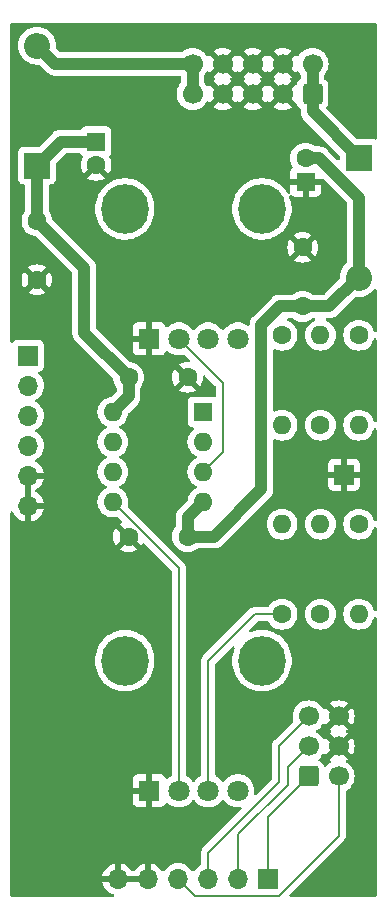
<source format=gbl>
%TF.GenerationSoftware,KiCad,Pcbnew,8.0.5*%
%TF.CreationDate,2024-12-03T23:35:50+01:00*%
%TF.ProjectId,DMH_Multiverter_PCB,444d485f-4d75-46c7-9469-766572746572,1*%
%TF.SameCoordinates,Original*%
%TF.FileFunction,Copper,L2,Bot*%
%TF.FilePolarity,Positive*%
%FSLAX46Y46*%
G04 Gerber Fmt 4.6, Leading zero omitted, Abs format (unit mm)*
G04 Created by KiCad (PCBNEW 8.0.5) date 2024-12-03 23:35:50*
%MOMM*%
%LPD*%
G01*
G04 APERTURE LIST*
G04 Aperture macros list*
%AMRoundRect*
0 Rectangle with rounded corners*
0 $1 Rounding radius*
0 $2 $3 $4 $5 $6 $7 $8 $9 X,Y pos of 4 corners*
0 Add a 4 corners polygon primitive as box body*
4,1,4,$2,$3,$4,$5,$6,$7,$8,$9,$2,$3,0*
0 Add four circle primitives for the rounded corners*
1,1,$1+$1,$2,$3*
1,1,$1+$1,$4,$5*
1,1,$1+$1,$6,$7*
1,1,$1+$1,$8,$9*
0 Add four rect primitives between the rounded corners*
20,1,$1+$1,$2,$3,$4,$5,0*
20,1,$1+$1,$4,$5,$6,$7,0*
20,1,$1+$1,$6,$7,$8,$9,0*
20,1,$1+$1,$8,$9,$2,$3,0*%
G04 Aperture macros list end*
%TA.AperFunction,ComponentPad*%
%ADD10O,4.000000X4.200000*%
%TD*%
%TA.AperFunction,ComponentPad*%
%ADD11C,1.800000*%
%TD*%
%TA.AperFunction,ComponentPad*%
%ADD12R,1.800000X1.800000*%
%TD*%
%TA.AperFunction,ComponentPad*%
%ADD13R,1.700000X1.700000*%
%TD*%
%TA.AperFunction,ComponentPad*%
%ADD14C,1.600000*%
%TD*%
%TA.AperFunction,ComponentPad*%
%ADD15O,1.600000X1.600000*%
%TD*%
%TA.AperFunction,ComponentPad*%
%ADD16R,1.600000X1.600000*%
%TD*%
%TA.AperFunction,ComponentPad*%
%ADD17R,2.200000X2.200000*%
%TD*%
%TA.AperFunction,ComponentPad*%
%ADD18O,2.200000X2.200000*%
%TD*%
%TA.AperFunction,ComponentPad*%
%ADD19O,1.700000X1.700000*%
%TD*%
%TA.AperFunction,ComponentPad*%
%ADD20RoundRect,0.250000X0.600000X-0.600000X0.600000X0.600000X-0.600000X0.600000X-0.600000X-0.600000X0*%
%TD*%
%TA.AperFunction,ComponentPad*%
%ADD21C,1.700000*%
%TD*%
%TA.AperFunction,ComponentPad*%
%ADD22RoundRect,0.250000X-0.600000X-0.600000X0.600000X-0.600000X0.600000X0.600000X-0.600000X0.600000X0*%
%TD*%
%TA.AperFunction,Conductor*%
%ADD23C,1.000000*%
%TD*%
%TA.AperFunction,Conductor*%
%ADD24C,0.200000*%
%TD*%
G04 APERTURE END LIST*
D10*
%TO.P,RV1,*%
%TO.N,*%
X77200000Y-58750000D03*
D11*
X86750000Y-69750000D03*
D10*
X88800000Y-58750000D03*
D12*
%TO.P,RV1,1,1*%
%TO.N,GND*%
X79250000Y-69750000D03*
D11*
%TO.P,RV1,2,2*%
%TO.N,Net-(U1A-+)*%
X81750000Y-69750000D03*
%TO.P,RV1,3,3*%
%TO.N,/Core Circuit/Att A Input*%
X84250000Y-69750000D03*
%TD*%
D13*
%TO.P,J0,1,Pin_1*%
%TO.N,GND*%
X95750000Y-81250000D03*
%TD*%
D10*
%TO.P,RV2,*%
%TO.N,*%
X77200000Y-97000000D03*
D11*
X86750000Y-108000000D03*
D10*
X88800000Y-97000000D03*
D12*
%TO.P,RV2,1,1*%
%TO.N,GND*%
X79250000Y-108000000D03*
D11*
%TO.P,RV2,2,2*%
%TO.N,Net-(U1B-+)*%
X81750000Y-108000000D03*
%TO.P,RV2,3,3*%
%TO.N,/Core Circuit/Att B Input*%
X84250000Y-108000000D03*
%TD*%
D14*
%TO.P,R1,1*%
%TO.N,/Core Circuit/Att A Input*%
X90500000Y-69440000D03*
D15*
%TO.P,R1,2*%
%TO.N,Net-(U1A--)*%
X90500000Y-77060000D03*
%TD*%
D14*
%TO.P,C6,1*%
%TO.N,GND*%
X77500000Y-86500000D03*
%TO.P,C6,2*%
%TO.N,-12V*%
X82500000Y-86500000D03*
%TD*%
D16*
%TO.P,U1,1*%
%TO.N,Net-(R2-Pad2)*%
X83800000Y-75950000D03*
D15*
%TO.P,U1,2,-*%
%TO.N,Net-(U1A--)*%
X83800000Y-78490000D03*
%TO.P,U1,3,+*%
%TO.N,Net-(U1A-+)*%
X83800000Y-81030000D03*
%TO.P,U1,4,V-*%
%TO.N,-12V*%
X83800000Y-83570000D03*
%TO.P,U1,5,+*%
%TO.N,Net-(U1B-+)*%
X76180000Y-83570000D03*
%TO.P,U1,6,-*%
%TO.N,Net-(U1B--)*%
X76180000Y-81030000D03*
%TO.P,U1,7*%
%TO.N,Net-(R5-Pad2)*%
X76180000Y-78490000D03*
%TO.P,U1,8,V+*%
%TO.N,+12V*%
X76180000Y-75950000D03*
%TD*%
D14*
%TO.P,C4,1*%
%TO.N,GND*%
X92250000Y-62000000D03*
%TO.P,C4,2*%
%TO.N,-12V*%
X92250000Y-67000000D03*
%TD*%
%TO.P,R3,1*%
%TO.N,Net-(R2-Pad2)*%
X97000000Y-69440000D03*
D15*
%TO.P,R3,2*%
%TO.N,/Core Circuit/Att A Output*%
X97000000Y-77060000D03*
%TD*%
D17*
%TO.P,D2,1,K*%
%TO.N,Net-(D2-K)*%
X97000000Y-54420000D03*
D18*
%TO.P,D2,2,A*%
%TO.N,-12V*%
X97000000Y-64580000D03*
%TD*%
D13*
%TO.P,J60,1,Pin_1*%
%TO.N,Net-(J200-Pin_1)*%
X89325000Y-115475000D03*
D19*
%TO.P,J60,2,Pin_2*%
%TO.N,Net-(J200-Pin_2)*%
X86785000Y-115475000D03*
%TO.P,J60,3,Pin_3*%
%TO.N,Net-(J200-Pin_3)*%
X84245000Y-115475000D03*
%TO.P,J60,4,Pin_4*%
%TO.N,Net-(J200-Pin_4)*%
X81705000Y-115475000D03*
%TO.P,J60,5,Pin_5*%
%TO.N,GND*%
X79165000Y-115475000D03*
%TO.P,J60,6,Pin_6*%
X76625000Y-115475000D03*
%TD*%
D14*
%TO.P,R4,1*%
%TO.N,/Core Circuit/Att B Input*%
X90500000Y-93060000D03*
D15*
%TO.P,R4,2*%
%TO.N,Net-(U1B--)*%
X90500000Y-85440000D03*
%TD*%
D14*
%TO.P,R2,1*%
%TO.N,Net-(U1A--)*%
X93750000Y-77060000D03*
D15*
%TO.P,R2,2*%
%TO.N,Net-(R2-Pad2)*%
X93750000Y-69440000D03*
%TD*%
D13*
%TO.P,J50,1,Pin_1*%
%TO.N,/Core Circuit/Att A Input*%
X68975000Y-71175000D03*
D19*
%TO.P,J50,2,Pin_2*%
%TO.N,/Core Circuit/Att A Output*%
X68975000Y-73715000D03*
%TO.P,J50,3,Pin_3*%
%TO.N,/Core Circuit/Att B Input*%
X68975000Y-76255000D03*
%TO.P,J50,4,Pin_4*%
%TO.N,/Core Circuit/Att B Output*%
X68975000Y-78795000D03*
%TO.P,J50,5,Pin_5*%
%TO.N,GND*%
X68975000Y-81335000D03*
%TO.P,J50,6,Pin_6*%
X68975000Y-83875000D03*
%TD*%
D17*
%TO.P,D1,1,K*%
%TO.N,+12V*%
X69750000Y-55080000D03*
D18*
%TO.P,D1,2,A*%
%TO.N,Net-(D1-A)*%
X69750000Y-44920000D03*
%TD*%
D16*
%TO.P,C2,1*%
%TO.N,GND*%
X92500000Y-56455113D03*
D14*
%TO.P,C2,2*%
%TO.N,-12V*%
X92500000Y-54455113D03*
%TD*%
%TO.P,R6,1*%
%TO.N,Net-(R5-Pad2)*%
X97000000Y-85440000D03*
D15*
%TO.P,R6,2*%
%TO.N,/Core Circuit/Att B Output*%
X97000000Y-93060000D03*
%TD*%
D14*
%TO.P,R5,1*%
%TO.N,Net-(U1B--)*%
X93750000Y-93060000D03*
D15*
%TO.P,R5,2*%
%TO.N,Net-(R5-Pad2)*%
X93750000Y-85440000D03*
%TD*%
D14*
%TO.P,C5,1*%
%TO.N,+12V*%
X77500000Y-73000000D03*
%TO.P,C5,2*%
%TO.N,GND*%
X82500000Y-73000000D03*
%TD*%
%TO.P,C3,1*%
%TO.N,+12V*%
X69750000Y-59750000D03*
%TO.P,C3,2*%
%TO.N,GND*%
X69750000Y-64750000D03*
%TD*%
D20*
%TO.P,J100,1a,Pin_1a*%
%TO.N,Net-(D2-K)*%
X93080000Y-49002500D03*
D21*
%TO.P,J100,1b,Pin_1b*%
X93080000Y-46462500D03*
%TO.P,J100,2a,Pin_2a*%
%TO.N,GND*%
X90540000Y-49002500D03*
%TO.P,J100,2b,Pin_2b*%
X90540000Y-46462500D03*
%TO.P,J100,3a,Pin_3a*%
X88000000Y-49002500D03*
%TO.P,J100,3b,Pin_3b*%
X88000000Y-46462500D03*
%TO.P,J100,4a,Pin_4a*%
X85460000Y-49002500D03*
%TO.P,J100,4b,Pin_4b*%
X85460000Y-46462500D03*
%TO.P,J100,5a,Pin_5a*%
%TO.N,Net-(D1-A)*%
X82920000Y-49002500D03*
%TO.P,J100,5b,Pin_5b*%
X82920000Y-46462500D03*
%TD*%
D16*
%TO.P,C1,1*%
%TO.N,+12V*%
X74750000Y-53044888D03*
D14*
%TO.P,C1,2*%
%TO.N,GND*%
X74750000Y-55044888D03*
%TD*%
D22*
%TO.P,J200,1,Pin_1*%
%TO.N,Net-(J200-Pin_1)*%
X92747500Y-106790000D03*
D21*
%TO.P,J200,2,Pin_2*%
%TO.N,Net-(J200-Pin_2)*%
X92747500Y-104250000D03*
%TO.P,J200,3,Pin_3*%
%TO.N,Net-(J200-Pin_3)*%
X92747500Y-101710000D03*
%TO.P,J200,4,Pin_4*%
%TO.N,Net-(J200-Pin_4)*%
X95287500Y-106790000D03*
%TO.P,J200,5,Pin_5*%
%TO.N,GND*%
X95287500Y-104250000D03*
%TO.P,J200,6,Pin_6*%
X95287500Y-101710000D03*
%TD*%
D23*
%TO.N,+12V*%
X69750000Y-55080000D02*
X71785112Y-53044888D01*
X73750000Y-63750000D02*
X73750000Y-69250000D01*
X69750000Y-59750000D02*
X69750000Y-55080000D01*
X73750000Y-69250000D02*
X77500000Y-73000000D01*
X77500000Y-73000000D02*
X77500000Y-74630000D01*
X71785112Y-53044888D02*
X74750000Y-53044888D01*
X69750000Y-59750000D02*
X73750000Y-63750000D01*
X77500000Y-74630000D02*
X76180000Y-75950000D01*
%TO.N,-12V*%
X82500000Y-86500000D02*
X82500000Y-84870000D01*
X82500000Y-84870000D02*
X83800000Y-83570000D01*
X84750000Y-86500000D02*
X88750000Y-82500000D01*
X97000000Y-64580000D02*
X96920000Y-64580000D01*
X82500000Y-86500000D02*
X84750000Y-86500000D01*
X90318679Y-67000000D02*
X92250000Y-67000000D01*
X93631370Y-54455113D02*
X97000000Y-57823743D01*
X92500000Y-54455113D02*
X93631370Y-54455113D01*
X97000000Y-57823743D02*
X97000000Y-64580000D01*
X96920000Y-64580000D02*
X94500000Y-67000000D01*
X94500000Y-67000000D02*
X92250000Y-67000000D01*
X88750000Y-68568679D02*
X90318679Y-67000000D01*
X88750000Y-82500000D02*
X88750000Y-68568679D01*
%TO.N,Net-(D1-A)*%
X71292500Y-46462500D02*
X69750000Y-44920000D01*
X82920000Y-46462500D02*
X71292500Y-46462500D01*
X82920000Y-46462500D02*
X82920000Y-49002500D01*
%TO.N,Net-(D2-K)*%
X93080000Y-49002500D02*
X93080000Y-50500000D01*
X93080000Y-50500000D02*
X97000000Y-54420000D01*
X93080000Y-49002500D02*
X93080000Y-46462500D01*
D24*
%TO.N,Net-(J200-Pin_1)*%
X89325000Y-110212500D02*
X92747500Y-106790000D01*
X89325000Y-115475000D02*
X89325000Y-110212500D01*
%TO.N,Net-(J200-Pin_2)*%
X91000000Y-105997500D02*
X92747500Y-104250000D01*
X86785000Y-111715000D02*
X91000000Y-107500000D01*
X91000000Y-107500000D02*
X91000000Y-105997500D01*
X86785000Y-115475000D02*
X86785000Y-111715000D01*
%TO.N,Net-(J200-Pin_3)*%
X90250000Y-104207500D02*
X92747500Y-101710000D01*
X84245000Y-115475000D02*
X84245000Y-113255000D01*
X84245000Y-113255000D02*
X90250000Y-107250000D01*
X90250000Y-107250000D02*
X90250000Y-104207500D01*
%TO.N,/Core Circuit/Att B Input*%
X84250000Y-108000000D02*
X84250000Y-97000000D01*
X84250000Y-97000000D02*
X88190000Y-93060000D01*
X88190000Y-93060000D02*
X90500000Y-93060000D01*
%TO.N,Net-(J200-Pin_4)*%
X90200000Y-116900000D02*
X95287500Y-111812500D01*
X81705000Y-115475000D02*
X83130000Y-116900000D01*
X83130000Y-116900000D02*
X90200000Y-116900000D01*
X95287500Y-111812500D02*
X95287500Y-106790000D01*
%TO.N,Net-(U1A-+)*%
X85500000Y-79330000D02*
X83800000Y-81030000D01*
X85500000Y-73500000D02*
X85500000Y-79330000D01*
X81750000Y-69750000D02*
X85500000Y-73500000D01*
%TO.N,Net-(U1B-+)*%
X81750000Y-89140000D02*
X81750000Y-108000000D01*
X76180000Y-83570000D02*
X81750000Y-89140000D01*
%TD*%
%TA.AperFunction,Conductor*%
%TO.N,GND*%
G36*
X98442539Y-43020185D02*
G01*
X98488294Y-43072989D01*
X98499500Y-43124500D01*
X98499500Y-52756230D01*
X98479815Y-52823269D01*
X98427011Y-52869024D01*
X98357853Y-52878968D01*
X98332168Y-52872412D01*
X98207485Y-52825909D01*
X98207483Y-52825908D01*
X98147883Y-52819501D01*
X98147881Y-52819500D01*
X98147873Y-52819500D01*
X98147865Y-52819500D01*
X96865782Y-52819500D01*
X96798743Y-52799815D01*
X96778101Y-52783181D01*
X94257075Y-50262155D01*
X94223590Y-50200832D01*
X94228574Y-50131140D01*
X94257075Y-50086793D01*
X94272712Y-50071156D01*
X94364814Y-49921834D01*
X94419999Y-49755297D01*
X94430500Y-49652509D01*
X94430499Y-48352492D01*
X94419999Y-48249703D01*
X94364814Y-48083166D01*
X94272712Y-47933844D01*
X94148656Y-47809788D01*
X94148655Y-47809787D01*
X94139402Y-47804080D01*
X94092678Y-47752132D01*
X94080500Y-47698542D01*
X94080500Y-47423258D01*
X94100185Y-47356219D01*
X94116819Y-47335577D01*
X94118495Y-47333901D01*
X94254035Y-47140330D01*
X94353903Y-46926163D01*
X94415063Y-46697908D01*
X94435659Y-46462500D01*
X94415063Y-46227092D01*
X94353903Y-45998837D01*
X94254035Y-45784671D01*
X94248731Y-45777095D01*
X94118494Y-45591097D01*
X93951402Y-45424006D01*
X93951395Y-45424001D01*
X93757834Y-45288467D01*
X93757830Y-45288465D01*
X93757828Y-45288464D01*
X93543663Y-45188597D01*
X93543659Y-45188596D01*
X93543655Y-45188594D01*
X93315413Y-45127438D01*
X93315403Y-45127436D01*
X93080001Y-45106841D01*
X93079999Y-45106841D01*
X92844596Y-45127436D01*
X92844586Y-45127438D01*
X92616344Y-45188594D01*
X92616335Y-45188598D01*
X92402171Y-45288464D01*
X92402169Y-45288465D01*
X92208597Y-45424005D01*
X92041505Y-45591097D01*
X91911269Y-45777095D01*
X91856692Y-45820720D01*
X91787194Y-45827914D01*
X91724839Y-45796391D01*
X91708119Y-45777095D01*
X91654925Y-45701126D01*
X91654925Y-45701125D01*
X91022962Y-46333089D01*
X91005925Y-46269507D01*
X90940099Y-46155493D01*
X90847007Y-46062401D01*
X90732993Y-45996575D01*
X90669410Y-45979537D01*
X91301373Y-45347573D01*
X91301373Y-45347572D01*
X91217583Y-45288902D01*
X91217579Y-45288900D01*
X91003492Y-45189070D01*
X91003483Y-45189066D01*
X90775326Y-45127932D01*
X90775315Y-45127930D01*
X90540002Y-45107343D01*
X90539998Y-45107343D01*
X90304684Y-45127930D01*
X90304673Y-45127932D01*
X90076516Y-45189066D01*
X90076507Y-45189070D01*
X89862419Y-45288901D01*
X89778625Y-45347572D01*
X90410590Y-45979537D01*
X90347007Y-45996575D01*
X90232993Y-46062401D01*
X90139901Y-46155493D01*
X90074075Y-46269507D01*
X90057037Y-46333090D01*
X89425072Y-45701125D01*
X89425072Y-45701126D01*
X89371574Y-45777530D01*
X89316998Y-45821155D01*
X89247499Y-45828349D01*
X89185144Y-45796826D01*
X89168424Y-45777530D01*
X89114925Y-45701126D01*
X89114925Y-45701125D01*
X88482962Y-46333089D01*
X88465925Y-46269507D01*
X88400099Y-46155493D01*
X88307007Y-46062401D01*
X88192993Y-45996575D01*
X88129410Y-45979537D01*
X88761373Y-45347573D01*
X88761373Y-45347572D01*
X88677583Y-45288902D01*
X88677579Y-45288900D01*
X88463492Y-45189070D01*
X88463483Y-45189066D01*
X88235326Y-45127932D01*
X88235315Y-45127930D01*
X88000002Y-45107343D01*
X87999998Y-45107343D01*
X87764684Y-45127930D01*
X87764673Y-45127932D01*
X87536516Y-45189066D01*
X87536507Y-45189070D01*
X87322419Y-45288901D01*
X87238625Y-45347572D01*
X87870590Y-45979537D01*
X87807007Y-45996575D01*
X87692993Y-46062401D01*
X87599901Y-46155493D01*
X87534075Y-46269507D01*
X87517037Y-46333090D01*
X86885072Y-45701125D01*
X86885072Y-45701126D01*
X86831574Y-45777530D01*
X86776998Y-45821155D01*
X86707499Y-45828349D01*
X86645144Y-45796826D01*
X86628424Y-45777530D01*
X86574925Y-45701126D01*
X86574925Y-45701125D01*
X85942962Y-46333089D01*
X85925925Y-46269507D01*
X85860099Y-46155493D01*
X85767007Y-46062401D01*
X85652993Y-45996575D01*
X85589410Y-45979537D01*
X86221373Y-45347573D01*
X86221373Y-45347572D01*
X86137583Y-45288902D01*
X86137579Y-45288900D01*
X85923492Y-45189070D01*
X85923483Y-45189066D01*
X85695326Y-45127932D01*
X85695315Y-45127930D01*
X85460002Y-45107343D01*
X85459998Y-45107343D01*
X85224684Y-45127930D01*
X85224673Y-45127932D01*
X84996516Y-45189066D01*
X84996507Y-45189070D01*
X84782419Y-45288901D01*
X84698625Y-45347572D01*
X85330590Y-45979537D01*
X85267007Y-45996575D01*
X85152993Y-46062401D01*
X85059901Y-46155493D01*
X84994075Y-46269507D01*
X84977037Y-46333090D01*
X84345073Y-45701126D01*
X84291881Y-45777094D01*
X84237304Y-45820719D01*
X84167806Y-45827913D01*
X84105451Y-45796391D01*
X84088730Y-45777094D01*
X83958494Y-45591097D01*
X83791402Y-45424006D01*
X83791395Y-45424001D01*
X83597834Y-45288467D01*
X83597830Y-45288465D01*
X83597828Y-45288464D01*
X83383663Y-45188597D01*
X83383659Y-45188596D01*
X83383655Y-45188594D01*
X83155413Y-45127438D01*
X83155403Y-45127436D01*
X82920001Y-45106841D01*
X82919999Y-45106841D01*
X82684596Y-45127436D01*
X82684586Y-45127438D01*
X82456344Y-45188594D01*
X82456335Y-45188598D01*
X82242171Y-45288464D01*
X82242169Y-45288465D01*
X82048597Y-45424005D01*
X82046922Y-45425681D01*
X82046000Y-45426184D01*
X82044449Y-45427486D01*
X82044187Y-45427174D01*
X81985599Y-45459166D01*
X81959241Y-45462000D01*
X71758283Y-45462000D01*
X71691244Y-45442315D01*
X71670602Y-45425681D01*
X71381969Y-45137049D01*
X71348484Y-45075726D01*
X71346032Y-45039641D01*
X71355449Y-44920000D01*
X71335683Y-44668852D01*
X71276873Y-44423889D01*
X71180466Y-44191141D01*
X71180466Y-44191140D01*
X71048839Y-43976346D01*
X71048838Y-43976343D01*
X71011875Y-43933066D01*
X70885224Y-43784776D01*
X70758571Y-43676604D01*
X70693656Y-43621161D01*
X70693653Y-43621160D01*
X70478859Y-43489533D01*
X70246110Y-43393126D01*
X70001151Y-43334317D01*
X69750000Y-43314551D01*
X69498848Y-43334317D01*
X69253889Y-43393126D01*
X69021140Y-43489533D01*
X68806346Y-43621160D01*
X68806343Y-43621161D01*
X68614776Y-43784776D01*
X68451161Y-43976343D01*
X68451160Y-43976346D01*
X68319533Y-44191140D01*
X68223126Y-44423889D01*
X68164317Y-44668848D01*
X68144551Y-44920000D01*
X68164317Y-45171151D01*
X68223126Y-45416110D01*
X68319533Y-45648859D01*
X68451160Y-45863653D01*
X68451161Y-45863656D01*
X68451164Y-45863659D01*
X68614776Y-46055224D01*
X68677678Y-46108947D01*
X68806343Y-46218838D01*
X68806346Y-46218839D01*
X69021140Y-46350466D01*
X69132697Y-46396674D01*
X69253889Y-46446873D01*
X69498852Y-46505683D01*
X69750000Y-46525449D01*
X69869639Y-46516032D01*
X69938015Y-46530396D01*
X69967048Y-46551968D01*
X70515360Y-47100281D01*
X70515361Y-47100282D01*
X70654718Y-47239639D01*
X70818586Y-47349132D01*
X70925245Y-47393311D01*
X71000664Y-47424551D01*
X71193954Y-47462999D01*
X71193957Y-47463000D01*
X71193959Y-47463000D01*
X81795500Y-47463000D01*
X81862539Y-47482685D01*
X81908294Y-47535489D01*
X81919500Y-47587000D01*
X81919500Y-48041741D01*
X81899815Y-48108780D01*
X81883181Y-48129422D01*
X81881505Y-48131097D01*
X81745965Y-48324669D01*
X81745964Y-48324671D01*
X81646098Y-48538835D01*
X81646094Y-48538844D01*
X81584938Y-48767086D01*
X81584936Y-48767096D01*
X81564341Y-49002499D01*
X81564341Y-49002500D01*
X81584936Y-49237903D01*
X81584938Y-49237913D01*
X81646094Y-49466155D01*
X81646096Y-49466159D01*
X81646097Y-49466163D01*
X81725597Y-49636651D01*
X81745965Y-49680330D01*
X81745967Y-49680334D01*
X81848891Y-49827323D01*
X81881505Y-49873901D01*
X82048599Y-50040995D01*
X82091675Y-50071157D01*
X82242165Y-50176532D01*
X82242167Y-50176533D01*
X82242170Y-50176535D01*
X82456337Y-50276403D01*
X82684592Y-50337563D01*
X82872918Y-50354039D01*
X82919999Y-50358159D01*
X82920000Y-50358159D01*
X82920001Y-50358159D01*
X82959234Y-50354726D01*
X83155408Y-50337563D01*
X83383663Y-50276403D01*
X83597830Y-50176535D01*
X83791401Y-50040995D01*
X83958495Y-49873901D01*
X84088732Y-49687903D01*
X84143307Y-49644280D01*
X84212805Y-49637086D01*
X84275160Y-49668609D01*
X84291880Y-49687905D01*
X84345073Y-49763873D01*
X84977037Y-49131909D01*
X84994075Y-49195493D01*
X85059901Y-49309507D01*
X85152993Y-49402599D01*
X85267007Y-49468425D01*
X85330590Y-49485462D01*
X84698625Y-50117425D01*
X84782421Y-50176099D01*
X84996507Y-50275929D01*
X84996516Y-50275933D01*
X85224673Y-50337067D01*
X85224684Y-50337069D01*
X85459998Y-50357657D01*
X85460002Y-50357657D01*
X85695315Y-50337069D01*
X85695326Y-50337067D01*
X85923483Y-50275933D01*
X85923492Y-50275929D01*
X86137578Y-50176100D01*
X86137582Y-50176098D01*
X86221373Y-50117426D01*
X86221373Y-50117425D01*
X85589409Y-49485462D01*
X85652993Y-49468425D01*
X85767007Y-49402599D01*
X85860099Y-49309507D01*
X85925925Y-49195493D01*
X85942962Y-49131910D01*
X86574925Y-49763873D01*
X86628425Y-49687468D01*
X86683002Y-49643844D01*
X86752501Y-49636651D01*
X86814855Y-49668173D01*
X86831576Y-49687469D01*
X86885073Y-49763872D01*
X87517037Y-49131909D01*
X87534075Y-49195493D01*
X87599901Y-49309507D01*
X87692993Y-49402599D01*
X87807007Y-49468425D01*
X87870590Y-49485462D01*
X87238625Y-50117425D01*
X87322421Y-50176099D01*
X87536507Y-50275929D01*
X87536516Y-50275933D01*
X87764673Y-50337067D01*
X87764684Y-50337069D01*
X87999998Y-50357657D01*
X88000002Y-50357657D01*
X88235315Y-50337069D01*
X88235326Y-50337067D01*
X88463483Y-50275933D01*
X88463492Y-50275929D01*
X88677578Y-50176100D01*
X88677582Y-50176098D01*
X88761373Y-50117426D01*
X88761373Y-50117425D01*
X88129409Y-49485462D01*
X88192993Y-49468425D01*
X88307007Y-49402599D01*
X88400099Y-49309507D01*
X88465925Y-49195493D01*
X88482962Y-49131910D01*
X89114925Y-49763873D01*
X89168425Y-49687468D01*
X89223002Y-49643844D01*
X89292501Y-49636651D01*
X89354855Y-49668173D01*
X89371576Y-49687469D01*
X89425073Y-49763872D01*
X90057037Y-49131909D01*
X90074075Y-49195493D01*
X90139901Y-49309507D01*
X90232993Y-49402599D01*
X90347007Y-49468425D01*
X90410590Y-49485462D01*
X89778625Y-50117425D01*
X89862421Y-50176099D01*
X90076507Y-50275929D01*
X90076516Y-50275933D01*
X90304673Y-50337067D01*
X90304684Y-50337069D01*
X90539998Y-50357657D01*
X90540002Y-50357657D01*
X90775315Y-50337069D01*
X90775326Y-50337067D01*
X91003483Y-50275933D01*
X91003492Y-50275929D01*
X91217578Y-50176100D01*
X91217582Y-50176098D01*
X91301373Y-50117426D01*
X91301373Y-50117425D01*
X90669409Y-49485462D01*
X90732993Y-49468425D01*
X90847007Y-49402599D01*
X90940099Y-49309507D01*
X91005925Y-49195493D01*
X91022962Y-49131909D01*
X91659341Y-49768289D01*
X91711191Y-49778709D01*
X91761375Y-49827323D01*
X91771205Y-49849466D01*
X91795186Y-49921834D01*
X91887288Y-50071156D01*
X92011344Y-50195212D01*
X92020591Y-50200916D01*
X92067318Y-50252860D01*
X92079500Y-50306457D01*
X92079500Y-50598541D01*
X92079500Y-50598543D01*
X92079499Y-50598543D01*
X92117947Y-50791829D01*
X92117950Y-50791839D01*
X92193364Y-50973907D01*
X92193371Y-50973920D01*
X92302860Y-51137781D01*
X92302863Y-51137785D01*
X92446537Y-51281459D01*
X92446559Y-51281479D01*
X95363181Y-54198101D01*
X95396666Y-54259424D01*
X95399500Y-54285782D01*
X95399500Y-54508961D01*
X95379815Y-54576000D01*
X95327011Y-54621755D01*
X95257853Y-54631699D01*
X95194297Y-54602674D01*
X95187819Y-54596642D01*
X94412849Y-53821672D01*
X94412829Y-53821650D01*
X94269155Y-53677976D01*
X94269151Y-53677973D01*
X94105290Y-53568484D01*
X94105281Y-53568479D01*
X94022053Y-53534005D01*
X93976535Y-53515151D01*
X93949870Y-53504106D01*
X93923207Y-53493062D01*
X93923203Y-53493061D01*
X93814480Y-53471435D01*
X93786290Y-53465827D01*
X93729913Y-53454613D01*
X93729911Y-53454613D01*
X93377588Y-53454613D01*
X93310549Y-53434928D01*
X93306465Y-53432188D01*
X93152734Y-53324545D01*
X93152732Y-53324544D01*
X92946497Y-53228374D01*
X92946488Y-53228371D01*
X92726697Y-53169479D01*
X92726693Y-53169478D01*
X92726692Y-53169478D01*
X92726691Y-53169477D01*
X92726686Y-53169477D01*
X92500002Y-53149645D01*
X92499998Y-53149645D01*
X92273313Y-53169477D01*
X92273302Y-53169479D01*
X92053511Y-53228371D01*
X92053502Y-53228374D01*
X91847267Y-53324544D01*
X91847265Y-53324545D01*
X91660858Y-53455067D01*
X91499954Y-53615971D01*
X91369432Y-53802378D01*
X91369431Y-53802380D01*
X91273261Y-54008615D01*
X91273258Y-54008624D01*
X91214366Y-54228415D01*
X91214364Y-54228426D01*
X91194532Y-54455111D01*
X91194532Y-54455114D01*
X91214364Y-54681799D01*
X91214366Y-54681810D01*
X91273258Y-54901601D01*
X91273261Y-54901610D01*
X91369431Y-55107845D01*
X91369435Y-55107851D01*
X91378698Y-55121081D01*
X91401025Y-55187287D01*
X91384013Y-55255054D01*
X91351435Y-55291467D01*
X91342816Y-55297919D01*
X91342808Y-55297927D01*
X91256649Y-55413019D01*
X91256645Y-55413026D01*
X91206403Y-55547733D01*
X91206401Y-55547740D01*
X91200000Y-55607268D01*
X91200000Y-56205113D01*
X92184314Y-56205113D01*
X92179920Y-56209507D01*
X92127259Y-56300719D01*
X92100000Y-56402452D01*
X92100000Y-56507774D01*
X92127259Y-56609507D01*
X92179920Y-56700719D01*
X92184314Y-56705113D01*
X91200000Y-56705113D01*
X91200000Y-57302940D01*
X91200001Y-57302959D01*
X91203137Y-57332128D01*
X91190732Y-57400887D01*
X91143122Y-57452025D01*
X91075422Y-57469304D01*
X91009128Y-57447239D01*
X90974854Y-57411355D01*
X90842523Y-57200752D01*
X90667416Y-56981175D01*
X90468825Y-56782584D01*
X90249248Y-56607477D01*
X90011445Y-56458055D01*
X90011442Y-56458053D01*
X89758411Y-56336200D01*
X89493329Y-56243443D01*
X89493317Y-56243439D01*
X89219512Y-56180945D01*
X89219494Y-56180942D01*
X88940431Y-56149500D01*
X88940425Y-56149500D01*
X88659575Y-56149500D01*
X88659568Y-56149500D01*
X88380505Y-56180942D01*
X88380487Y-56180945D01*
X88106682Y-56243439D01*
X88106670Y-56243443D01*
X87841588Y-56336200D01*
X87588557Y-56458053D01*
X87350753Y-56607476D01*
X87131175Y-56782583D01*
X86932583Y-56981175D01*
X86757476Y-57200753D01*
X86608055Y-57438555D01*
X86486200Y-57691588D01*
X86393443Y-57956670D01*
X86393439Y-57956682D01*
X86330945Y-58230487D01*
X86330942Y-58230505D01*
X86299500Y-58509568D01*
X86299500Y-58990431D01*
X86330942Y-59269494D01*
X86330945Y-59269512D01*
X86393439Y-59543317D01*
X86393443Y-59543329D01*
X86486200Y-59808411D01*
X86608053Y-60061442D01*
X86608055Y-60061445D01*
X86757477Y-60299248D01*
X86932584Y-60518825D01*
X87131175Y-60717416D01*
X87350752Y-60892523D01*
X87588555Y-61041945D01*
X87841592Y-61163801D01*
X88040680Y-61233465D01*
X88106670Y-61256556D01*
X88106682Y-61256560D01*
X88380491Y-61319055D01*
X88380497Y-61319055D01*
X88380505Y-61319057D01*
X88566547Y-61340018D01*
X88659569Y-61350499D01*
X88659572Y-61350500D01*
X88659575Y-61350500D01*
X88940428Y-61350500D01*
X88940429Y-61350499D01*
X89083055Y-61334429D01*
X89219494Y-61319057D01*
X89219499Y-61319056D01*
X89219509Y-61319055D01*
X89493318Y-61256560D01*
X89758408Y-61163801D01*
X90011445Y-61041945D01*
X90249248Y-60892523D01*
X90468825Y-60717416D01*
X90667416Y-60518825D01*
X90842523Y-60299248D01*
X90991945Y-60061445D01*
X91113801Y-59808408D01*
X91206560Y-59543318D01*
X91269055Y-59269509D01*
X91300500Y-58990425D01*
X91300500Y-58509575D01*
X91290018Y-58416547D01*
X91269057Y-58230505D01*
X91269054Y-58230487D01*
X91262516Y-58201844D01*
X91206560Y-57956682D01*
X91126288Y-57727280D01*
X91122727Y-57657502D01*
X91157455Y-57596875D01*
X91219449Y-57564647D01*
X91289024Y-57571052D01*
X91335773Y-57606797D01*
X91336540Y-57606031D01*
X91342287Y-57611778D01*
X91342598Y-57612016D01*
X91342814Y-57612304D01*
X91457906Y-57698463D01*
X91457913Y-57698467D01*
X91592620Y-57748709D01*
X91592627Y-57748711D01*
X91652155Y-57755112D01*
X91652172Y-57755113D01*
X92250000Y-57755113D01*
X92250000Y-56770799D01*
X92254394Y-56775193D01*
X92345606Y-56827854D01*
X92447339Y-56855113D01*
X92552661Y-56855113D01*
X92654394Y-56827854D01*
X92745606Y-56775193D01*
X92750000Y-56770799D01*
X92750000Y-57755113D01*
X93347828Y-57755113D01*
X93347844Y-57755112D01*
X93407372Y-57748711D01*
X93407379Y-57748709D01*
X93542086Y-57698467D01*
X93542093Y-57698463D01*
X93657187Y-57612303D01*
X93657190Y-57612300D01*
X93743350Y-57497206D01*
X93743354Y-57497199D01*
X93793596Y-57362492D01*
X93793598Y-57362485D01*
X93799999Y-57302957D01*
X93800000Y-57302940D01*
X93800000Y-56705113D01*
X92815686Y-56705113D01*
X92820080Y-56700719D01*
X92872741Y-56609507D01*
X92900000Y-56507774D01*
X92900000Y-56402452D01*
X92872741Y-56300719D01*
X92820080Y-56209507D01*
X92815686Y-56205113D01*
X93803705Y-56205113D01*
X93856867Y-56176084D01*
X93926559Y-56181068D01*
X93970906Y-56209569D01*
X95963181Y-58201844D01*
X95996666Y-58263167D01*
X95999500Y-58289525D01*
X95999500Y-63272545D01*
X95979815Y-63339584D01*
X95956032Y-63366835D01*
X95864776Y-63444776D01*
X95701161Y-63636343D01*
X95701160Y-63636346D01*
X95569533Y-63851140D01*
X95473126Y-64083889D01*
X95414317Y-64328848D01*
X95394551Y-64580000D01*
X95398130Y-64625476D01*
X95383765Y-64693853D01*
X95362193Y-64722885D01*
X94121899Y-65963181D01*
X94060576Y-65996666D01*
X94034218Y-65999500D01*
X93127588Y-65999500D01*
X93060549Y-65979815D01*
X93056465Y-65977075D01*
X93036622Y-65963181D01*
X92902734Y-65869432D01*
X92902732Y-65869431D01*
X92696497Y-65773261D01*
X92696488Y-65773258D01*
X92476697Y-65714366D01*
X92476693Y-65714365D01*
X92476692Y-65714365D01*
X92476691Y-65714364D01*
X92476686Y-65714364D01*
X92250002Y-65694532D01*
X92249998Y-65694532D01*
X92023313Y-65714364D01*
X92023302Y-65714366D01*
X91803511Y-65773258D01*
X91803502Y-65773261D01*
X91597267Y-65869431D01*
X91597265Y-65869432D01*
X91494595Y-65941322D01*
X91463378Y-65963181D01*
X91443535Y-65977075D01*
X91377329Y-65999402D01*
X91372412Y-65999500D01*
X90220136Y-65999500D01*
X90165009Y-66010466D01*
X90165008Y-66010466D01*
X90026846Y-66037947D01*
X90026838Y-66037950D01*
X89973513Y-66060037D01*
X89973513Y-66060038D01*
X89927994Y-66078892D01*
X89844768Y-66113366D01*
X89844758Y-66113371D01*
X89680898Y-66222859D01*
X89611219Y-66292538D01*
X89541540Y-66362218D01*
X89541537Y-66362221D01*
X88112221Y-67791537D01*
X88112218Y-67791540D01*
X88042538Y-67861219D01*
X87972859Y-67930898D01*
X87863371Y-68094758D01*
X87863364Y-68094771D01*
X87787950Y-68276839D01*
X87787947Y-68276849D01*
X87749500Y-68470135D01*
X87749500Y-68499579D01*
X87729815Y-68566618D01*
X87677011Y-68612373D01*
X87607853Y-68622317D01*
X87549339Y-68597434D01*
X87518627Y-68573530D01*
X87314504Y-68463064D01*
X87314495Y-68463061D01*
X87094984Y-68387702D01*
X86907404Y-68356401D01*
X86866049Y-68349500D01*
X86633951Y-68349500D01*
X86592596Y-68356401D01*
X86405015Y-68387702D01*
X86185504Y-68463061D01*
X86185495Y-68463064D01*
X85981371Y-68573531D01*
X85981365Y-68573535D01*
X85798222Y-68716081D01*
X85798219Y-68716084D01*
X85798216Y-68716086D01*
X85798216Y-68716087D01*
X85688216Y-68835580D01*
X85641015Y-68886854D01*
X85603808Y-68943804D01*
X85550662Y-68989161D01*
X85481430Y-68998584D01*
X85418095Y-68969082D01*
X85396192Y-68943804D01*
X85358984Y-68886854D01*
X85358982Y-68886852D01*
X85358979Y-68886847D01*
X85201784Y-68716087D01*
X85201779Y-68716083D01*
X85201777Y-68716081D01*
X85018634Y-68573535D01*
X85018628Y-68573531D01*
X84814504Y-68463064D01*
X84814495Y-68463061D01*
X84594984Y-68387702D01*
X84407404Y-68356401D01*
X84366049Y-68349500D01*
X84133951Y-68349500D01*
X84092596Y-68356401D01*
X83905015Y-68387702D01*
X83685504Y-68463061D01*
X83685495Y-68463064D01*
X83481371Y-68573531D01*
X83481365Y-68573535D01*
X83298222Y-68716081D01*
X83298219Y-68716084D01*
X83298216Y-68716086D01*
X83298216Y-68716087D01*
X83188216Y-68835580D01*
X83141015Y-68886854D01*
X83103808Y-68943804D01*
X83050662Y-68989161D01*
X82981430Y-68998584D01*
X82918095Y-68969082D01*
X82896192Y-68943804D01*
X82858984Y-68886854D01*
X82858982Y-68886852D01*
X82858979Y-68886847D01*
X82701784Y-68716087D01*
X82701779Y-68716083D01*
X82701777Y-68716081D01*
X82518634Y-68573535D01*
X82518628Y-68573531D01*
X82314504Y-68463064D01*
X82314495Y-68463061D01*
X82094984Y-68387702D01*
X81907404Y-68356401D01*
X81866049Y-68349500D01*
X81633951Y-68349500D01*
X81592596Y-68356401D01*
X81405015Y-68387702D01*
X81185504Y-68463061D01*
X81185495Y-68463064D01*
X80981372Y-68573531D01*
X80804023Y-68711567D01*
X80739029Y-68737209D01*
X80670489Y-68723642D01*
X80620164Y-68675174D01*
X80611679Y-68657045D01*
X80593355Y-68607915D01*
X80593350Y-68607906D01*
X80507190Y-68492812D01*
X80507187Y-68492809D01*
X80392093Y-68406649D01*
X80392086Y-68406645D01*
X80257379Y-68356403D01*
X80257372Y-68356401D01*
X80197844Y-68350000D01*
X79500000Y-68350000D01*
X79500000Y-69316988D01*
X79442993Y-69284075D01*
X79315826Y-69250000D01*
X79184174Y-69250000D01*
X79057007Y-69284075D01*
X79000000Y-69316988D01*
X79000000Y-68350000D01*
X78302155Y-68350000D01*
X78242627Y-68356401D01*
X78242620Y-68356403D01*
X78107913Y-68406645D01*
X78107906Y-68406649D01*
X77992812Y-68492809D01*
X77992809Y-68492812D01*
X77906649Y-68607906D01*
X77906645Y-68607913D01*
X77856403Y-68742620D01*
X77856401Y-68742627D01*
X77850000Y-68802155D01*
X77850000Y-69500000D01*
X78816988Y-69500000D01*
X78784075Y-69557007D01*
X78750000Y-69684174D01*
X78750000Y-69815826D01*
X78784075Y-69942993D01*
X78816988Y-70000000D01*
X77850000Y-70000000D01*
X77850000Y-70697844D01*
X77856401Y-70757372D01*
X77856403Y-70757379D01*
X77906645Y-70892086D01*
X77906649Y-70892093D01*
X77992809Y-71007187D01*
X77992812Y-71007190D01*
X78107906Y-71093350D01*
X78107913Y-71093354D01*
X78242620Y-71143596D01*
X78242627Y-71143598D01*
X78302155Y-71149999D01*
X78302172Y-71150000D01*
X79000000Y-71150000D01*
X79000000Y-70183012D01*
X79057007Y-70215925D01*
X79184174Y-70250000D01*
X79315826Y-70250000D01*
X79442993Y-70215925D01*
X79500000Y-70183012D01*
X79500000Y-71150000D01*
X80197828Y-71150000D01*
X80197844Y-71149999D01*
X80257372Y-71143598D01*
X80257379Y-71143596D01*
X80392086Y-71093354D01*
X80392093Y-71093350D01*
X80507187Y-71007190D01*
X80507190Y-71007187D01*
X80593350Y-70892093D01*
X80593353Y-70892088D01*
X80611678Y-70842955D01*
X80653549Y-70787020D01*
X80719013Y-70762602D01*
X80787286Y-70777453D01*
X80804023Y-70788433D01*
X80981365Y-70926464D01*
X80981371Y-70926468D01*
X80981374Y-70926470D01*
X81185497Y-71036936D01*
X81299487Y-71076068D01*
X81405015Y-71112297D01*
X81405017Y-71112297D01*
X81405019Y-71112298D01*
X81633951Y-71150500D01*
X81633952Y-71150500D01*
X81866048Y-71150500D01*
X81866049Y-71150500D01*
X82094981Y-71112298D01*
X82146897Y-71094474D01*
X82216693Y-71091324D01*
X82274840Y-71124075D01*
X82638051Y-71487286D01*
X82671536Y-71548609D01*
X82666552Y-71618301D01*
X82624680Y-71674234D01*
X82559216Y-71698651D01*
X82539563Y-71698495D01*
X82500002Y-71695034D01*
X82499998Y-71695034D01*
X82273400Y-71714858D01*
X82273389Y-71714860D01*
X82053682Y-71773730D01*
X82053673Y-71773734D01*
X81847516Y-71869866D01*
X81847512Y-71869868D01*
X81774526Y-71920973D01*
X81774526Y-71920974D01*
X82453553Y-72600000D01*
X82447339Y-72600000D01*
X82345606Y-72627259D01*
X82254394Y-72679920D01*
X82179920Y-72754394D01*
X82127259Y-72845606D01*
X82100000Y-72947339D01*
X82100000Y-72953552D01*
X81420974Y-72274526D01*
X81420973Y-72274526D01*
X81369868Y-72347512D01*
X81369866Y-72347516D01*
X81273734Y-72553673D01*
X81273730Y-72553682D01*
X81214860Y-72773389D01*
X81214858Y-72773400D01*
X81195034Y-72999997D01*
X81195034Y-73000002D01*
X81214858Y-73226599D01*
X81214860Y-73226610D01*
X81273730Y-73446317D01*
X81273735Y-73446331D01*
X81369863Y-73652478D01*
X81420974Y-73725472D01*
X82100000Y-73046446D01*
X82100000Y-73052661D01*
X82127259Y-73154394D01*
X82179920Y-73245606D01*
X82254394Y-73320080D01*
X82345606Y-73372741D01*
X82447339Y-73400000D01*
X82453553Y-73400000D01*
X81774526Y-74079025D01*
X81847513Y-74130132D01*
X81847521Y-74130136D01*
X82053668Y-74226264D01*
X82053682Y-74226269D01*
X82273389Y-74285139D01*
X82273400Y-74285141D01*
X82499998Y-74304966D01*
X82500002Y-74304966D01*
X82726599Y-74285141D01*
X82726610Y-74285139D01*
X82946317Y-74226269D01*
X82946331Y-74226264D01*
X83152478Y-74130136D01*
X83225471Y-74079024D01*
X82546447Y-73400000D01*
X82552661Y-73400000D01*
X82654394Y-73372741D01*
X82745606Y-73320080D01*
X82820080Y-73245606D01*
X82872741Y-73154394D01*
X82900000Y-73052661D01*
X82900000Y-73046447D01*
X83579024Y-73725471D01*
X83630136Y-73652478D01*
X83726264Y-73446331D01*
X83726269Y-73446317D01*
X83785139Y-73226610D01*
X83785141Y-73226599D01*
X83804966Y-73000002D01*
X83804966Y-73000001D01*
X83801504Y-72960438D01*
X83815270Y-72891938D01*
X83863884Y-72841754D01*
X83931912Y-72825820D01*
X83997756Y-72849194D01*
X84012713Y-72861948D01*
X84863181Y-73712416D01*
X84896666Y-73773739D01*
X84899500Y-73800097D01*
X84899500Y-74548933D01*
X84879815Y-74615972D01*
X84827011Y-74661727D01*
X84757853Y-74671671D01*
X84732168Y-74665115D01*
X84707485Y-74655909D01*
X84707483Y-74655908D01*
X84647883Y-74649501D01*
X84647881Y-74649500D01*
X84647873Y-74649500D01*
X84647864Y-74649500D01*
X82952129Y-74649500D01*
X82952123Y-74649501D01*
X82892516Y-74655908D01*
X82757671Y-74706202D01*
X82757664Y-74706206D01*
X82642455Y-74792452D01*
X82642452Y-74792455D01*
X82556206Y-74907664D01*
X82556202Y-74907671D01*
X82505908Y-75042517D01*
X82499501Y-75102116D01*
X82499500Y-75102135D01*
X82499500Y-76797870D01*
X82499501Y-76797876D01*
X82505908Y-76857483D01*
X82556202Y-76992328D01*
X82556206Y-76992335D01*
X82642452Y-77107544D01*
X82642455Y-77107547D01*
X82757664Y-77193793D01*
X82757671Y-77193797D01*
X82802618Y-77210561D01*
X82892517Y-77244091D01*
X82927596Y-77247862D01*
X82992144Y-77274599D01*
X83031993Y-77331991D01*
X83034488Y-77401816D01*
X82998836Y-77461905D01*
X82985464Y-77472725D01*
X82960858Y-77489954D01*
X82799954Y-77650858D01*
X82669432Y-77837265D01*
X82669431Y-77837267D01*
X82573261Y-78043502D01*
X82573258Y-78043511D01*
X82514366Y-78263302D01*
X82514364Y-78263313D01*
X82494532Y-78489998D01*
X82494532Y-78490001D01*
X82514364Y-78716686D01*
X82514366Y-78716697D01*
X82573258Y-78936488D01*
X82573261Y-78936497D01*
X82669431Y-79142732D01*
X82669432Y-79142734D01*
X82799954Y-79329141D01*
X82960858Y-79490045D01*
X82960861Y-79490047D01*
X83147266Y-79620568D01*
X83205275Y-79647618D01*
X83257714Y-79693791D01*
X83276866Y-79760984D01*
X83256650Y-79827865D01*
X83205275Y-79872382D01*
X83147267Y-79899431D01*
X83147265Y-79899432D01*
X82960858Y-80029954D01*
X82799954Y-80190858D01*
X82669432Y-80377265D01*
X82669431Y-80377267D01*
X82573261Y-80583502D01*
X82573258Y-80583511D01*
X82514366Y-80803302D01*
X82514364Y-80803313D01*
X82494532Y-81029998D01*
X82494532Y-81030001D01*
X82514364Y-81256686D01*
X82514366Y-81256697D01*
X82573258Y-81476488D01*
X82573261Y-81476497D01*
X82669431Y-81682732D01*
X82669432Y-81682734D01*
X82799954Y-81869141D01*
X82960858Y-82030045D01*
X82960861Y-82030047D01*
X83147266Y-82160568D01*
X83205275Y-82187618D01*
X83257714Y-82233791D01*
X83276866Y-82300984D01*
X83256650Y-82367865D01*
X83205275Y-82412382D01*
X83147267Y-82439431D01*
X83147265Y-82439432D01*
X82960858Y-82569954D01*
X82799954Y-82730858D01*
X82669432Y-82917265D01*
X82669431Y-82917267D01*
X82573261Y-83123502D01*
X82573258Y-83123511D01*
X82514365Y-83343307D01*
X82508958Y-83405095D01*
X82483504Y-83470163D01*
X82473111Y-83481966D01*
X82014253Y-83940826D01*
X81862220Y-84092859D01*
X81862218Y-84092861D01*
X81820547Y-84134532D01*
X81722859Y-84232219D01*
X81613371Y-84396080D01*
X81613364Y-84396092D01*
X81595198Y-84439953D01*
X81595198Y-84439954D01*
X81541314Y-84570042D01*
X81541312Y-84570047D01*
X81537950Y-84578161D01*
X81537946Y-84578174D01*
X81499500Y-84771454D01*
X81499500Y-85622410D01*
X81479815Y-85689449D01*
X81477076Y-85693532D01*
X81369431Y-85847267D01*
X81273261Y-86053502D01*
X81273258Y-86053511D01*
X81214366Y-86273302D01*
X81214364Y-86273313D01*
X81194532Y-86499998D01*
X81194532Y-86500001D01*
X81214364Y-86726686D01*
X81214366Y-86726697D01*
X81273258Y-86946488D01*
X81273261Y-86946497D01*
X81369431Y-87152732D01*
X81369432Y-87152734D01*
X81499954Y-87339141D01*
X81660858Y-87500045D01*
X81660861Y-87500047D01*
X81847266Y-87630568D01*
X82053504Y-87726739D01*
X82273308Y-87785635D01*
X82435230Y-87799801D01*
X82499998Y-87805468D01*
X82500000Y-87805468D01*
X82500002Y-87805468D01*
X82556673Y-87800509D01*
X82726692Y-87785635D01*
X82946496Y-87726739D01*
X83152734Y-87630568D01*
X83306465Y-87522924D01*
X83372671Y-87500598D01*
X83377588Y-87500500D01*
X84848542Y-87500500D01*
X84867870Y-87496655D01*
X84945188Y-87481275D01*
X85041836Y-87462051D01*
X85095165Y-87439961D01*
X85223914Y-87386632D01*
X85387782Y-87277139D01*
X85527139Y-87137782D01*
X85527139Y-87137780D01*
X85537347Y-87127573D01*
X85537348Y-87127570D01*
X87224921Y-85439998D01*
X89194532Y-85439998D01*
X89194532Y-85440001D01*
X89214364Y-85666686D01*
X89214366Y-85666697D01*
X89273258Y-85886488D01*
X89273261Y-85886497D01*
X89369431Y-86092732D01*
X89369432Y-86092734D01*
X89499954Y-86279141D01*
X89660858Y-86440045D01*
X89660861Y-86440047D01*
X89847266Y-86570568D01*
X90053504Y-86666739D01*
X90273308Y-86725635D01*
X90435230Y-86739801D01*
X90499998Y-86745468D01*
X90500000Y-86745468D01*
X90500002Y-86745468D01*
X90556673Y-86740509D01*
X90726692Y-86725635D01*
X90946496Y-86666739D01*
X91152734Y-86570568D01*
X91339139Y-86440047D01*
X91500047Y-86279139D01*
X91630568Y-86092734D01*
X91726739Y-85886496D01*
X91785635Y-85666692D01*
X91805468Y-85440000D01*
X91805468Y-85439998D01*
X92444532Y-85439998D01*
X92444532Y-85440001D01*
X92464364Y-85666686D01*
X92464366Y-85666697D01*
X92523258Y-85886488D01*
X92523261Y-85886497D01*
X92619431Y-86092732D01*
X92619432Y-86092734D01*
X92749954Y-86279141D01*
X92910858Y-86440045D01*
X92910861Y-86440047D01*
X93097266Y-86570568D01*
X93303504Y-86666739D01*
X93523308Y-86725635D01*
X93685230Y-86739801D01*
X93749998Y-86745468D01*
X93750000Y-86745468D01*
X93750002Y-86745468D01*
X93806673Y-86740509D01*
X93976692Y-86725635D01*
X94196496Y-86666739D01*
X94402734Y-86570568D01*
X94589139Y-86440047D01*
X94750047Y-86279139D01*
X94880568Y-86092734D01*
X94976739Y-85886496D01*
X95035635Y-85666692D01*
X95055468Y-85440000D01*
X95053803Y-85420974D01*
X95041962Y-85285624D01*
X95035635Y-85213308D01*
X94976739Y-84993504D01*
X94880568Y-84787266D01*
X94750047Y-84600861D01*
X94750045Y-84600858D01*
X94589140Y-84439953D01*
X94402734Y-84309432D01*
X94402732Y-84309431D01*
X94196497Y-84213261D01*
X94196488Y-84213258D01*
X93976697Y-84154366D01*
X93976693Y-84154365D01*
X93976692Y-84154365D01*
X93976691Y-84154364D01*
X93976686Y-84154364D01*
X93750002Y-84134532D01*
X93749998Y-84134532D01*
X93523313Y-84154364D01*
X93523302Y-84154366D01*
X93303511Y-84213258D01*
X93303502Y-84213261D01*
X93097267Y-84309431D01*
X93097265Y-84309432D01*
X92910860Y-84439953D01*
X92749954Y-84600858D01*
X92619432Y-84787265D01*
X92619431Y-84787267D01*
X92523261Y-84993502D01*
X92523258Y-84993511D01*
X92464366Y-85213302D01*
X92464364Y-85213313D01*
X92444532Y-85439998D01*
X91805468Y-85439998D01*
X91803803Y-85420974D01*
X91791962Y-85285624D01*
X91785635Y-85213308D01*
X91726739Y-84993504D01*
X91630568Y-84787266D01*
X91500047Y-84600861D01*
X91500045Y-84600858D01*
X91339140Y-84439953D01*
X91152734Y-84309432D01*
X91152732Y-84309431D01*
X90946497Y-84213261D01*
X90946488Y-84213258D01*
X90726697Y-84154366D01*
X90726693Y-84154365D01*
X90726692Y-84154365D01*
X90726691Y-84154364D01*
X90726686Y-84154364D01*
X90500002Y-84134532D01*
X90499998Y-84134532D01*
X90273313Y-84154364D01*
X90273302Y-84154366D01*
X90053511Y-84213258D01*
X90053502Y-84213261D01*
X89847267Y-84309431D01*
X89847265Y-84309432D01*
X89660860Y-84439953D01*
X89499954Y-84600858D01*
X89369432Y-84787265D01*
X89369431Y-84787267D01*
X89273261Y-84993502D01*
X89273258Y-84993511D01*
X89214366Y-85213302D01*
X89214364Y-85213313D01*
X89194532Y-85439998D01*
X87224921Y-85439998D01*
X89527139Y-83137782D01*
X89555000Y-83096085D01*
X89636632Y-82973914D01*
X89689961Y-82845165D01*
X89712051Y-82791836D01*
X89750500Y-82598540D01*
X89750500Y-82401460D01*
X89750500Y-80352155D01*
X94400000Y-80352155D01*
X94400000Y-81000000D01*
X95316988Y-81000000D01*
X95284075Y-81057007D01*
X95250000Y-81184174D01*
X95250000Y-81315826D01*
X95284075Y-81442993D01*
X95316988Y-81500000D01*
X94400000Y-81500000D01*
X94400000Y-82147844D01*
X94406401Y-82207372D01*
X94406403Y-82207379D01*
X94456645Y-82342086D01*
X94456649Y-82342093D01*
X94542809Y-82457187D01*
X94542812Y-82457190D01*
X94657906Y-82543350D01*
X94657913Y-82543354D01*
X94792620Y-82593596D01*
X94792627Y-82593598D01*
X94852155Y-82599999D01*
X94852172Y-82600000D01*
X95500000Y-82600000D01*
X95500000Y-81683012D01*
X95557007Y-81715925D01*
X95684174Y-81750000D01*
X95815826Y-81750000D01*
X95942993Y-81715925D01*
X96000000Y-81683012D01*
X96000000Y-82600000D01*
X96647828Y-82600000D01*
X96647844Y-82599999D01*
X96707372Y-82593598D01*
X96707379Y-82593596D01*
X96842086Y-82543354D01*
X96842093Y-82543350D01*
X96957187Y-82457190D01*
X96957190Y-82457187D01*
X97043350Y-82342093D01*
X97043354Y-82342086D01*
X97093596Y-82207379D01*
X97093598Y-82207372D01*
X97099999Y-82147844D01*
X97100000Y-82147827D01*
X97100000Y-81500000D01*
X96183012Y-81500000D01*
X96215925Y-81442993D01*
X96250000Y-81315826D01*
X96250000Y-81184174D01*
X96215925Y-81057007D01*
X96183012Y-81000000D01*
X97100000Y-81000000D01*
X97100000Y-80352172D01*
X97099999Y-80352155D01*
X97093598Y-80292627D01*
X97093596Y-80292620D01*
X97043354Y-80157913D01*
X97043350Y-80157906D01*
X96957190Y-80042812D01*
X96957187Y-80042809D01*
X96842093Y-79956649D01*
X96842086Y-79956645D01*
X96707379Y-79906403D01*
X96707372Y-79906401D01*
X96647844Y-79900000D01*
X96000000Y-79900000D01*
X96000000Y-80816988D01*
X95942993Y-80784075D01*
X95815826Y-80750000D01*
X95684174Y-80750000D01*
X95557007Y-80784075D01*
X95500000Y-80816988D01*
X95500000Y-79900000D01*
X94852155Y-79900000D01*
X94792627Y-79906401D01*
X94792620Y-79906403D01*
X94657913Y-79956645D01*
X94657906Y-79956649D01*
X94542812Y-80042809D01*
X94542809Y-80042812D01*
X94456649Y-80157906D01*
X94456645Y-80157913D01*
X94406403Y-80292620D01*
X94406401Y-80292627D01*
X94400000Y-80352155D01*
X89750500Y-80352155D01*
X89750500Y-78340086D01*
X89770185Y-78273047D01*
X89822989Y-78227292D01*
X89892147Y-78217348D01*
X89926901Y-78227703D01*
X90053504Y-78286739D01*
X90273308Y-78345635D01*
X90435230Y-78359801D01*
X90499998Y-78365468D01*
X90500000Y-78365468D01*
X90500002Y-78365468D01*
X90556673Y-78360509D01*
X90726692Y-78345635D01*
X90946496Y-78286739D01*
X91152734Y-78190568D01*
X91339139Y-78060047D01*
X91500047Y-77899139D01*
X91630568Y-77712734D01*
X91726739Y-77506496D01*
X91785635Y-77286692D01*
X91805468Y-77060000D01*
X91805468Y-77059998D01*
X92444532Y-77059998D01*
X92444532Y-77060001D01*
X92464364Y-77286686D01*
X92464366Y-77286697D01*
X92523258Y-77506488D01*
X92523261Y-77506497D01*
X92619431Y-77712732D01*
X92619432Y-77712734D01*
X92749954Y-77899141D01*
X92910858Y-78060045D01*
X92910861Y-78060047D01*
X93097266Y-78190568D01*
X93303504Y-78286739D01*
X93523308Y-78345635D01*
X93685230Y-78359801D01*
X93749998Y-78365468D01*
X93750000Y-78365468D01*
X93750002Y-78365468D01*
X93806673Y-78360509D01*
X93976692Y-78345635D01*
X94196496Y-78286739D01*
X94402734Y-78190568D01*
X94589139Y-78060047D01*
X94750047Y-77899139D01*
X94880568Y-77712734D01*
X94976739Y-77506496D01*
X95035635Y-77286692D01*
X95055468Y-77060000D01*
X95035635Y-76833308D01*
X94976739Y-76613504D01*
X94880568Y-76407266D01*
X94750047Y-76220861D01*
X94750045Y-76220858D01*
X94589141Y-76059954D01*
X94402734Y-75929432D01*
X94402732Y-75929431D01*
X94196497Y-75833261D01*
X94196488Y-75833258D01*
X93976697Y-75774366D01*
X93976693Y-75774365D01*
X93976692Y-75774365D01*
X93976691Y-75774364D01*
X93976686Y-75774364D01*
X93750002Y-75754532D01*
X93749998Y-75754532D01*
X93523313Y-75774364D01*
X93523302Y-75774366D01*
X93303511Y-75833258D01*
X93303502Y-75833261D01*
X93097267Y-75929431D01*
X93097265Y-75929432D01*
X92910858Y-76059954D01*
X92749954Y-76220858D01*
X92619432Y-76407265D01*
X92619431Y-76407267D01*
X92523261Y-76613502D01*
X92523258Y-76613511D01*
X92464366Y-76833302D01*
X92464364Y-76833313D01*
X92444532Y-77059998D01*
X91805468Y-77059998D01*
X91785635Y-76833308D01*
X91726739Y-76613504D01*
X91630568Y-76407266D01*
X91500047Y-76220861D01*
X91500045Y-76220858D01*
X91339141Y-76059954D01*
X91152734Y-75929432D01*
X91152732Y-75929431D01*
X90946497Y-75833261D01*
X90946488Y-75833258D01*
X90726697Y-75774366D01*
X90726693Y-75774365D01*
X90726692Y-75774365D01*
X90726691Y-75774364D01*
X90726686Y-75774364D01*
X90500002Y-75754532D01*
X90499998Y-75754532D01*
X90273313Y-75774364D01*
X90273302Y-75774366D01*
X90053511Y-75833258D01*
X90053497Y-75833263D01*
X89926904Y-75892295D01*
X89857827Y-75902787D01*
X89794043Y-75874267D01*
X89755804Y-75815790D01*
X89750500Y-75779913D01*
X89750500Y-70720086D01*
X89770185Y-70653047D01*
X89822989Y-70607292D01*
X89892147Y-70597348D01*
X89926901Y-70607703D01*
X90053504Y-70666739D01*
X90273308Y-70725635D01*
X90435230Y-70739801D01*
X90499998Y-70745468D01*
X90500000Y-70745468D01*
X90500002Y-70745468D01*
X90556673Y-70740509D01*
X90726692Y-70725635D01*
X90946496Y-70666739D01*
X91152734Y-70570568D01*
X91339139Y-70440047D01*
X91500047Y-70279139D01*
X91630568Y-70092734D01*
X91726739Y-69886496D01*
X91785635Y-69666692D01*
X91805468Y-69440000D01*
X91785635Y-69213308D01*
X91726739Y-68993504D01*
X91630568Y-68787266D01*
X91500047Y-68600861D01*
X91500045Y-68600858D01*
X91339141Y-68439954D01*
X91152734Y-68309432D01*
X91152732Y-68309431D01*
X90997151Y-68236882D01*
X90944712Y-68190709D01*
X90925560Y-68123516D01*
X90945776Y-68056635D01*
X90998941Y-68011300D01*
X91049556Y-68000500D01*
X91372412Y-68000500D01*
X91439451Y-68020185D01*
X91443523Y-68022917D01*
X91597266Y-68130568D01*
X91803504Y-68226739D01*
X92023308Y-68285635D01*
X92185230Y-68299801D01*
X92249998Y-68305468D01*
X92250000Y-68305468D01*
X92250002Y-68305468D01*
X92306673Y-68300509D01*
X92476692Y-68285635D01*
X92696496Y-68226739D01*
X92902734Y-68130568D01*
X93056465Y-68022924D01*
X93122671Y-68000598D01*
X93127588Y-68000500D01*
X93200444Y-68000500D01*
X93267483Y-68020185D01*
X93313238Y-68072989D01*
X93323182Y-68142147D01*
X93294157Y-68205703D01*
X93252849Y-68236882D01*
X93097267Y-68309431D01*
X93097265Y-68309432D01*
X92910858Y-68439954D01*
X92749954Y-68600858D01*
X92619432Y-68787265D01*
X92619431Y-68787267D01*
X92523261Y-68993502D01*
X92523258Y-68993511D01*
X92464366Y-69213302D01*
X92464364Y-69213313D01*
X92444532Y-69439998D01*
X92444532Y-69440001D01*
X92464364Y-69666686D01*
X92464366Y-69666697D01*
X92523258Y-69886488D01*
X92523261Y-69886497D01*
X92619431Y-70092732D01*
X92619432Y-70092734D01*
X92749954Y-70279141D01*
X92910858Y-70440045D01*
X92910861Y-70440047D01*
X93097266Y-70570568D01*
X93303504Y-70666739D01*
X93523308Y-70725635D01*
X93685230Y-70739801D01*
X93749998Y-70745468D01*
X93750000Y-70745468D01*
X93750002Y-70745468D01*
X93806673Y-70740509D01*
X93976692Y-70725635D01*
X94196496Y-70666739D01*
X94402734Y-70570568D01*
X94589139Y-70440047D01*
X94750047Y-70279139D01*
X94880568Y-70092734D01*
X94976739Y-69886496D01*
X95035635Y-69666692D01*
X95055468Y-69440000D01*
X95035635Y-69213308D01*
X94976739Y-68993504D01*
X94880568Y-68787266D01*
X94750047Y-68600861D01*
X94750045Y-68600858D01*
X94589141Y-68439954D01*
X94402734Y-68309432D01*
X94402732Y-68309431D01*
X94247151Y-68236882D01*
X94194712Y-68190709D01*
X94175560Y-68123516D01*
X94195776Y-68056635D01*
X94248941Y-68011300D01*
X94299556Y-68000500D01*
X94598542Y-68000500D01*
X94617870Y-67996655D01*
X94695188Y-67981275D01*
X94791836Y-67962051D01*
X94845165Y-67939961D01*
X94973914Y-67886632D01*
X95137782Y-67777139D01*
X95277139Y-67637782D01*
X95277140Y-67637779D01*
X95284206Y-67630714D01*
X95284209Y-67630710D01*
X96708787Y-66206131D01*
X96770108Y-66172648D01*
X96806195Y-66170196D01*
X97000000Y-66185449D01*
X97251148Y-66165683D01*
X97496111Y-66106873D01*
X97728859Y-66010466D01*
X97943659Y-65878836D01*
X98135224Y-65715224D01*
X98281212Y-65544294D01*
X98339716Y-65506102D01*
X98409584Y-65505603D01*
X98468631Y-65542957D01*
X98498109Y-65606304D01*
X98499500Y-65624827D01*
X98499500Y-69069588D01*
X98479815Y-69136627D01*
X98427011Y-69182382D01*
X98357853Y-69192326D01*
X98294297Y-69163301D01*
X98256523Y-69104523D01*
X98255725Y-69101681D01*
X98226741Y-68993511D01*
X98226738Y-68993502D01*
X98177007Y-68886854D01*
X98130568Y-68787266D01*
X98000047Y-68600861D01*
X98000045Y-68600858D01*
X97839141Y-68439954D01*
X97652734Y-68309432D01*
X97652732Y-68309431D01*
X97446497Y-68213261D01*
X97446488Y-68213258D01*
X97226697Y-68154366D01*
X97226693Y-68154365D01*
X97226692Y-68154365D01*
X97226691Y-68154364D01*
X97226686Y-68154364D01*
X97000002Y-68134532D01*
X96999998Y-68134532D01*
X96773313Y-68154364D01*
X96773302Y-68154366D01*
X96553511Y-68213258D01*
X96553502Y-68213261D01*
X96347267Y-68309431D01*
X96347265Y-68309432D01*
X96160858Y-68439954D01*
X95999954Y-68600858D01*
X95869432Y-68787265D01*
X95869431Y-68787267D01*
X95773261Y-68993502D01*
X95773258Y-68993511D01*
X95714366Y-69213302D01*
X95714364Y-69213313D01*
X95694532Y-69439998D01*
X95694532Y-69440001D01*
X95714364Y-69666686D01*
X95714366Y-69666697D01*
X95773258Y-69886488D01*
X95773261Y-69886497D01*
X95869431Y-70092732D01*
X95869432Y-70092734D01*
X95999954Y-70279141D01*
X96160858Y-70440045D01*
X96160861Y-70440047D01*
X96347266Y-70570568D01*
X96553504Y-70666739D01*
X96773308Y-70725635D01*
X96935230Y-70739801D01*
X96999998Y-70745468D01*
X97000000Y-70745468D01*
X97000002Y-70745468D01*
X97056673Y-70740509D01*
X97226692Y-70725635D01*
X97446496Y-70666739D01*
X97652734Y-70570568D01*
X97839139Y-70440047D01*
X98000047Y-70279139D01*
X98130568Y-70092734D01*
X98226739Y-69886496D01*
X98255725Y-69778317D01*
X98292090Y-69718657D01*
X98354936Y-69688128D01*
X98424312Y-69696422D01*
X98478190Y-69740908D01*
X98499465Y-69807459D01*
X98499500Y-69810411D01*
X98499500Y-76689588D01*
X98479815Y-76756627D01*
X98427011Y-76802382D01*
X98357853Y-76812326D01*
X98294297Y-76783301D01*
X98256523Y-76724523D01*
X98255725Y-76721681D01*
X98226741Y-76613511D01*
X98226738Y-76613502D01*
X98169338Y-76490408D01*
X98130568Y-76407266D01*
X98000047Y-76220861D01*
X98000045Y-76220858D01*
X97839141Y-76059954D01*
X97652734Y-75929432D01*
X97652732Y-75929431D01*
X97446497Y-75833261D01*
X97446488Y-75833258D01*
X97226697Y-75774366D01*
X97226693Y-75774365D01*
X97226692Y-75774365D01*
X97226691Y-75774364D01*
X97226686Y-75774364D01*
X97000002Y-75754532D01*
X96999998Y-75754532D01*
X96773313Y-75774364D01*
X96773302Y-75774366D01*
X96553511Y-75833258D01*
X96553502Y-75833261D01*
X96347267Y-75929431D01*
X96347265Y-75929432D01*
X96160858Y-76059954D01*
X95999954Y-76220858D01*
X95869432Y-76407265D01*
X95869431Y-76407267D01*
X95773261Y-76613502D01*
X95773258Y-76613511D01*
X95714366Y-76833302D01*
X95714364Y-76833313D01*
X95694532Y-77059998D01*
X95694532Y-77060001D01*
X95714364Y-77286686D01*
X95714366Y-77286697D01*
X95773258Y-77506488D01*
X95773261Y-77506497D01*
X95869431Y-77712732D01*
X95869432Y-77712734D01*
X95999954Y-77899141D01*
X96160858Y-78060045D01*
X96160861Y-78060047D01*
X96347266Y-78190568D01*
X96553504Y-78286739D01*
X96773308Y-78345635D01*
X96935230Y-78359801D01*
X96999998Y-78365468D01*
X97000000Y-78365468D01*
X97000002Y-78365468D01*
X97056673Y-78360509D01*
X97226692Y-78345635D01*
X97446496Y-78286739D01*
X97652734Y-78190568D01*
X97839139Y-78060047D01*
X98000047Y-77899139D01*
X98130568Y-77712734D01*
X98226739Y-77506496D01*
X98255725Y-77398317D01*
X98292090Y-77338657D01*
X98354936Y-77308128D01*
X98424312Y-77316422D01*
X98478190Y-77360908D01*
X98499465Y-77427459D01*
X98499500Y-77430411D01*
X98499500Y-85069588D01*
X98479815Y-85136627D01*
X98427011Y-85182382D01*
X98357853Y-85192326D01*
X98294297Y-85163301D01*
X98256523Y-85104523D01*
X98255725Y-85101681D01*
X98226741Y-84993511D01*
X98226738Y-84993502D01*
X98181685Y-84896887D01*
X98130568Y-84787266D01*
X98000047Y-84600861D01*
X98000045Y-84600858D01*
X97839140Y-84439953D01*
X97652734Y-84309432D01*
X97652732Y-84309431D01*
X97446497Y-84213261D01*
X97446488Y-84213258D01*
X97226697Y-84154366D01*
X97226693Y-84154365D01*
X97226692Y-84154365D01*
X97226691Y-84154364D01*
X97226686Y-84154364D01*
X97000002Y-84134532D01*
X96999998Y-84134532D01*
X96773313Y-84154364D01*
X96773302Y-84154366D01*
X96553511Y-84213258D01*
X96553502Y-84213261D01*
X96347267Y-84309431D01*
X96347265Y-84309432D01*
X96160860Y-84439953D01*
X95999954Y-84600858D01*
X95869432Y-84787265D01*
X95869431Y-84787267D01*
X95773261Y-84993502D01*
X95773258Y-84993511D01*
X95714366Y-85213302D01*
X95714364Y-85213313D01*
X95694532Y-85439998D01*
X95694532Y-85440001D01*
X95714364Y-85666686D01*
X95714366Y-85666697D01*
X95773258Y-85886488D01*
X95773261Y-85886497D01*
X95869431Y-86092732D01*
X95869432Y-86092734D01*
X95999954Y-86279141D01*
X96160858Y-86440045D01*
X96160861Y-86440047D01*
X96347266Y-86570568D01*
X96553504Y-86666739D01*
X96773308Y-86725635D01*
X96935230Y-86739801D01*
X96999998Y-86745468D01*
X97000000Y-86745468D01*
X97000002Y-86745468D01*
X97056673Y-86740509D01*
X97226692Y-86725635D01*
X97446496Y-86666739D01*
X97652734Y-86570568D01*
X97839139Y-86440047D01*
X98000047Y-86279139D01*
X98130568Y-86092734D01*
X98226739Y-85886496D01*
X98255725Y-85778317D01*
X98292090Y-85718657D01*
X98354936Y-85688128D01*
X98424312Y-85696422D01*
X98478190Y-85740908D01*
X98499465Y-85807459D01*
X98499500Y-85810411D01*
X98499500Y-92689588D01*
X98479815Y-92756627D01*
X98427011Y-92802382D01*
X98357853Y-92812326D01*
X98294297Y-92783301D01*
X98256523Y-92724523D01*
X98255725Y-92721681D01*
X98226741Y-92613511D01*
X98226738Y-92613502D01*
X98210871Y-92579475D01*
X98130568Y-92407266D01*
X98000047Y-92220861D01*
X98000045Y-92220858D01*
X97839141Y-92059954D01*
X97652734Y-91929432D01*
X97652732Y-91929431D01*
X97446497Y-91833261D01*
X97446488Y-91833258D01*
X97226697Y-91774366D01*
X97226693Y-91774365D01*
X97226692Y-91774365D01*
X97226691Y-91774364D01*
X97226686Y-91774364D01*
X97000002Y-91754532D01*
X96999998Y-91754532D01*
X96773313Y-91774364D01*
X96773302Y-91774366D01*
X96553511Y-91833258D01*
X96553502Y-91833261D01*
X96347267Y-91929431D01*
X96347265Y-91929432D01*
X96160858Y-92059954D01*
X95999954Y-92220858D01*
X95869432Y-92407265D01*
X95869431Y-92407267D01*
X95773261Y-92613502D01*
X95773258Y-92613511D01*
X95714366Y-92833302D01*
X95714364Y-92833313D01*
X95694532Y-93059998D01*
X95694532Y-93060001D01*
X95714364Y-93286686D01*
X95714366Y-93286697D01*
X95773258Y-93506488D01*
X95773261Y-93506497D01*
X95869431Y-93712732D01*
X95869432Y-93712734D01*
X95999954Y-93899141D01*
X96160858Y-94060045D01*
X96160861Y-94060047D01*
X96347266Y-94190568D01*
X96553504Y-94286739D01*
X96773308Y-94345635D01*
X96935230Y-94359801D01*
X96999998Y-94365468D01*
X97000000Y-94365468D01*
X97000002Y-94365468D01*
X97056673Y-94360509D01*
X97226692Y-94345635D01*
X97446496Y-94286739D01*
X97652734Y-94190568D01*
X97839139Y-94060047D01*
X98000047Y-93899139D01*
X98130568Y-93712734D01*
X98226739Y-93506496D01*
X98255725Y-93398317D01*
X98292090Y-93338657D01*
X98354936Y-93308128D01*
X98424312Y-93316422D01*
X98478190Y-93360908D01*
X98499465Y-93427459D01*
X98499500Y-93430411D01*
X98499500Y-116875500D01*
X98479815Y-116942539D01*
X98427011Y-116988294D01*
X98375500Y-116999500D01*
X91249097Y-116999500D01*
X91182058Y-116979815D01*
X91136303Y-116927011D01*
X91126359Y-116857853D01*
X91155384Y-116794297D01*
X91161416Y-116787819D01*
X92281242Y-115667993D01*
X95646006Y-112303227D01*
X95646011Y-112303224D01*
X95656214Y-112293020D01*
X95656216Y-112293020D01*
X95768020Y-112181216D01*
X95847077Y-112044284D01*
X95888000Y-111891557D01*
X95888000Y-108079090D01*
X95907685Y-108012051D01*
X95959601Y-107966706D01*
X95965330Y-107964035D01*
X96158901Y-107828495D01*
X96325995Y-107661401D01*
X96461535Y-107467830D01*
X96561403Y-107253663D01*
X96622563Y-107025408D01*
X96643159Y-106790000D01*
X96622563Y-106554592D01*
X96561403Y-106326337D01*
X96461535Y-106112171D01*
X96329027Y-105922928D01*
X96325994Y-105918597D01*
X96158902Y-105751506D01*
X96158901Y-105751505D01*
X95972905Y-105621269D01*
X95929281Y-105566692D01*
X95922088Y-105497193D01*
X95953610Y-105434839D01*
X95972905Y-105418119D01*
X96048873Y-105364925D01*
X95416909Y-104732962D01*
X95480493Y-104715925D01*
X95594507Y-104650099D01*
X95687599Y-104557007D01*
X95753425Y-104442993D01*
X95770462Y-104379410D01*
X96402425Y-105011373D01*
X96402426Y-105011373D01*
X96461098Y-104927582D01*
X96461100Y-104927578D01*
X96560929Y-104713492D01*
X96560933Y-104713483D01*
X96622067Y-104485326D01*
X96622069Y-104485315D01*
X96642657Y-104250001D01*
X96642657Y-104249998D01*
X96622069Y-104014684D01*
X96622067Y-104014673D01*
X96560933Y-103786516D01*
X96560929Y-103786507D01*
X96461100Y-103572423D01*
X96461099Y-103572421D01*
X96402425Y-103488626D01*
X96402425Y-103488625D01*
X95770462Y-104120589D01*
X95753425Y-104057007D01*
X95687599Y-103942993D01*
X95594507Y-103849901D01*
X95480493Y-103784075D01*
X95416910Y-103767037D01*
X96048873Y-103135073D01*
X95972469Y-103081576D01*
X95928844Y-103026999D01*
X95921650Y-102957501D01*
X95953172Y-102895146D01*
X95972468Y-102878425D01*
X96048873Y-102824925D01*
X95416909Y-102192962D01*
X95480493Y-102175925D01*
X95594507Y-102110099D01*
X95687599Y-102017007D01*
X95753425Y-101902993D01*
X95770462Y-101839410D01*
X96402425Y-102471373D01*
X96402426Y-102471373D01*
X96461098Y-102387582D01*
X96461100Y-102387578D01*
X96560929Y-102173492D01*
X96560933Y-102173483D01*
X96622067Y-101945326D01*
X96622069Y-101945315D01*
X96642657Y-101710001D01*
X96642657Y-101709998D01*
X96622069Y-101474684D01*
X96622067Y-101474673D01*
X96560933Y-101246516D01*
X96560929Y-101246507D01*
X96461100Y-101032423D01*
X96461099Y-101032421D01*
X96402425Y-100948626D01*
X96402425Y-100948625D01*
X95770462Y-101580589D01*
X95753425Y-101517007D01*
X95687599Y-101402993D01*
X95594507Y-101309901D01*
X95480493Y-101244075D01*
X95416910Y-101227037D01*
X96048873Y-100595073D01*
X96048873Y-100595072D01*
X95965083Y-100536402D01*
X95965079Y-100536400D01*
X95750992Y-100436570D01*
X95750983Y-100436566D01*
X95522826Y-100375432D01*
X95522815Y-100375430D01*
X95287502Y-100354843D01*
X95287498Y-100354843D01*
X95052184Y-100375430D01*
X95052173Y-100375432D01*
X94824016Y-100436566D01*
X94824007Y-100436570D01*
X94609919Y-100536401D01*
X94526125Y-100595072D01*
X95158090Y-101227037D01*
X95094507Y-101244075D01*
X94980493Y-101309901D01*
X94887401Y-101402993D01*
X94821575Y-101517007D01*
X94804537Y-101580590D01*
X94172573Y-100948626D01*
X94119381Y-101024594D01*
X94064804Y-101068219D01*
X93995306Y-101075413D01*
X93932951Y-101043891D01*
X93916230Y-101024594D01*
X93785994Y-100838597D01*
X93618902Y-100671506D01*
X93618895Y-100671501D01*
X93425334Y-100535967D01*
X93425330Y-100535965D01*
X93425328Y-100535964D01*
X93211163Y-100436097D01*
X93211159Y-100436096D01*
X93211155Y-100436094D01*
X92982913Y-100374938D01*
X92982903Y-100374936D01*
X92747501Y-100354341D01*
X92747499Y-100354341D01*
X92512096Y-100374936D01*
X92512086Y-100374938D01*
X92283844Y-100436094D01*
X92283835Y-100436098D01*
X92069671Y-100535964D01*
X92069669Y-100535965D01*
X91876097Y-100671505D01*
X91709005Y-100838597D01*
X91573465Y-101032169D01*
X91573464Y-101032171D01*
X91473598Y-101246335D01*
X91473594Y-101246344D01*
X91412438Y-101474586D01*
X91412436Y-101474596D01*
X91391841Y-101709999D01*
X91391841Y-101710000D01*
X91412436Y-101945403D01*
X91412438Y-101945413D01*
X91446827Y-102073756D01*
X91445164Y-102143606D01*
X91414733Y-102193530D01*
X89881286Y-103726978D01*
X89769481Y-103838782D01*
X89769479Y-103838784D01*
X89752233Y-103868656D01*
X89744943Y-103881284D01*
X89690423Y-103975715D01*
X89649499Y-104128443D01*
X89649499Y-104128445D01*
X89649499Y-104296546D01*
X89649500Y-104296559D01*
X89649500Y-106949902D01*
X89629815Y-107016941D01*
X89613181Y-107037583D01*
X88349727Y-108301036D01*
X88288404Y-108334521D01*
X88218712Y-108329537D01*
X88162779Y-108287665D01*
X88138362Y-108222201D01*
X88138470Y-108203115D01*
X88155300Y-108000005D01*
X88155300Y-107999993D01*
X88136135Y-107768702D01*
X88136133Y-107768691D01*
X88079157Y-107543699D01*
X87985924Y-107331151D01*
X87858983Y-107136852D01*
X87858980Y-107136849D01*
X87858979Y-107136847D01*
X87701784Y-106966087D01*
X87701779Y-106966083D01*
X87701777Y-106966081D01*
X87518634Y-106823535D01*
X87518628Y-106823531D01*
X87314504Y-106713064D01*
X87314495Y-106713061D01*
X87094984Y-106637702D01*
X86907404Y-106606401D01*
X86866049Y-106599500D01*
X86633951Y-106599500D01*
X86592596Y-106606401D01*
X86405015Y-106637702D01*
X86185504Y-106713061D01*
X86185495Y-106713064D01*
X85981371Y-106823531D01*
X85981365Y-106823535D01*
X85798222Y-106966081D01*
X85798219Y-106966084D01*
X85798216Y-106966086D01*
X85798216Y-106966087D01*
X85743608Y-107025408D01*
X85641015Y-107136854D01*
X85603808Y-107193804D01*
X85550662Y-107239161D01*
X85481430Y-107248584D01*
X85418095Y-107219082D01*
X85396192Y-107193804D01*
X85358984Y-107136854D01*
X85358982Y-107136852D01*
X85358979Y-107136847D01*
X85201784Y-106966087D01*
X85201779Y-106966083D01*
X85201777Y-106966081D01*
X85018634Y-106823535D01*
X85018623Y-106823528D01*
X84915481Y-106767709D01*
X84865891Y-106718489D01*
X84850500Y-106658655D01*
X84850500Y-97300097D01*
X84870185Y-97233058D01*
X84886819Y-97212416D01*
X85579757Y-96519478D01*
X86278894Y-95820340D01*
X86340215Y-95786857D01*
X86409907Y-95791841D01*
X86465840Y-95833713D01*
X86490257Y-95899177D01*
X86483614Y-95948978D01*
X86393443Y-96206670D01*
X86393439Y-96206682D01*
X86330945Y-96480487D01*
X86330942Y-96480505D01*
X86299500Y-96759568D01*
X86299500Y-97240431D01*
X86330942Y-97519494D01*
X86330945Y-97519512D01*
X86393439Y-97793317D01*
X86393443Y-97793329D01*
X86486200Y-98058411D01*
X86608053Y-98311442D01*
X86608055Y-98311445D01*
X86757477Y-98549248D01*
X86932584Y-98768825D01*
X87131175Y-98967416D01*
X87350752Y-99142523D01*
X87588555Y-99291945D01*
X87841592Y-99413801D01*
X88040680Y-99483465D01*
X88106670Y-99506556D01*
X88106682Y-99506560D01*
X88380491Y-99569055D01*
X88380497Y-99569055D01*
X88380505Y-99569057D01*
X88566547Y-99590018D01*
X88659569Y-99600499D01*
X88659572Y-99600500D01*
X88659575Y-99600500D01*
X88940428Y-99600500D01*
X88940429Y-99600499D01*
X89083055Y-99584429D01*
X89219494Y-99569057D01*
X89219499Y-99569056D01*
X89219509Y-99569055D01*
X89493318Y-99506560D01*
X89758408Y-99413801D01*
X90011445Y-99291945D01*
X90249248Y-99142523D01*
X90468825Y-98967416D01*
X90667416Y-98768825D01*
X90842523Y-98549248D01*
X90991945Y-98311445D01*
X91113801Y-98058408D01*
X91206560Y-97793318D01*
X91269055Y-97519509D01*
X91300500Y-97240425D01*
X91300500Y-96759575D01*
X91269055Y-96480491D01*
X91206560Y-96206682D01*
X91113801Y-95941592D01*
X90991945Y-95688555D01*
X90842523Y-95450752D01*
X90667416Y-95231175D01*
X90468825Y-95032584D01*
X90249248Y-94857477D01*
X90011445Y-94708055D01*
X90011442Y-94708053D01*
X89758411Y-94586200D01*
X89493329Y-94493443D01*
X89493317Y-94493439D01*
X89219512Y-94430945D01*
X89219494Y-94430942D01*
X88940431Y-94399500D01*
X88940425Y-94399500D01*
X88659575Y-94399500D01*
X88659568Y-94399500D01*
X88380505Y-94430942D01*
X88380487Y-94430945D01*
X88106682Y-94493439D01*
X88106670Y-94493443D01*
X87848978Y-94583614D01*
X87779199Y-94587176D01*
X87718572Y-94552448D01*
X87686344Y-94490454D01*
X87692749Y-94420879D01*
X87720340Y-94378894D01*
X88402416Y-93696819D01*
X88463739Y-93663334D01*
X88490097Y-93660500D01*
X89268308Y-93660500D01*
X89335347Y-93680185D01*
X89369880Y-93713374D01*
X89455480Y-93835624D01*
X89499954Y-93899141D01*
X89660858Y-94060045D01*
X89660861Y-94060047D01*
X89847266Y-94190568D01*
X90053504Y-94286739D01*
X90273308Y-94345635D01*
X90435230Y-94359801D01*
X90499998Y-94365468D01*
X90500000Y-94365468D01*
X90500002Y-94365468D01*
X90556673Y-94360509D01*
X90726692Y-94345635D01*
X90946496Y-94286739D01*
X91152734Y-94190568D01*
X91339139Y-94060047D01*
X91500047Y-93899139D01*
X91630568Y-93712734D01*
X91726739Y-93506496D01*
X91785635Y-93286692D01*
X91805468Y-93060000D01*
X91805468Y-93059998D01*
X92444532Y-93059998D01*
X92444532Y-93060001D01*
X92464364Y-93286686D01*
X92464366Y-93286697D01*
X92523258Y-93506488D01*
X92523261Y-93506497D01*
X92619431Y-93712732D01*
X92619432Y-93712734D01*
X92749954Y-93899141D01*
X92910858Y-94060045D01*
X92910861Y-94060047D01*
X93097266Y-94190568D01*
X93303504Y-94286739D01*
X93523308Y-94345635D01*
X93685230Y-94359801D01*
X93749998Y-94365468D01*
X93750000Y-94365468D01*
X93750002Y-94365468D01*
X93806673Y-94360509D01*
X93976692Y-94345635D01*
X94196496Y-94286739D01*
X94402734Y-94190568D01*
X94589139Y-94060047D01*
X94750047Y-93899139D01*
X94880568Y-93712734D01*
X94976739Y-93506496D01*
X95035635Y-93286692D01*
X95055468Y-93060000D01*
X95035635Y-92833308D01*
X94976739Y-92613504D01*
X94880568Y-92407266D01*
X94750047Y-92220861D01*
X94750045Y-92220858D01*
X94589141Y-92059954D01*
X94402734Y-91929432D01*
X94402732Y-91929431D01*
X94196497Y-91833261D01*
X94196488Y-91833258D01*
X93976697Y-91774366D01*
X93976693Y-91774365D01*
X93976692Y-91774365D01*
X93976691Y-91774364D01*
X93976686Y-91774364D01*
X93750002Y-91754532D01*
X93749998Y-91754532D01*
X93523313Y-91774364D01*
X93523302Y-91774366D01*
X93303511Y-91833258D01*
X93303502Y-91833261D01*
X93097267Y-91929431D01*
X93097265Y-91929432D01*
X92910858Y-92059954D01*
X92749954Y-92220858D01*
X92619432Y-92407265D01*
X92619431Y-92407267D01*
X92523261Y-92613502D01*
X92523258Y-92613511D01*
X92464366Y-92833302D01*
X92464364Y-92833313D01*
X92444532Y-93059998D01*
X91805468Y-93059998D01*
X91785635Y-92833308D01*
X91726739Y-92613504D01*
X91630568Y-92407266D01*
X91500047Y-92220861D01*
X91500045Y-92220858D01*
X91339141Y-92059954D01*
X91152734Y-91929432D01*
X91152732Y-91929431D01*
X90946497Y-91833261D01*
X90946488Y-91833258D01*
X90726697Y-91774366D01*
X90726693Y-91774365D01*
X90726692Y-91774365D01*
X90726691Y-91774364D01*
X90726686Y-91774364D01*
X90500002Y-91754532D01*
X90499998Y-91754532D01*
X90273313Y-91774364D01*
X90273302Y-91774366D01*
X90053511Y-91833258D01*
X90053502Y-91833261D01*
X89847267Y-91929431D01*
X89847265Y-91929432D01*
X89660858Y-92059954D01*
X89499954Y-92220858D01*
X89423450Y-92330118D01*
X89369881Y-92406624D01*
X89315307Y-92450248D01*
X89268308Y-92459500D01*
X88110940Y-92459500D01*
X88070019Y-92470464D01*
X88070019Y-92470465D01*
X88032751Y-92480451D01*
X87958214Y-92500423D01*
X87958209Y-92500426D01*
X87821290Y-92579475D01*
X87821282Y-92579481D01*
X83769481Y-96631282D01*
X83769479Y-96631285D01*
X83719361Y-96718094D01*
X83719359Y-96718096D01*
X83690425Y-96768209D01*
X83690424Y-96768210D01*
X83690423Y-96768215D01*
X83649499Y-96920943D01*
X83649499Y-96920945D01*
X83649499Y-97089046D01*
X83649500Y-97089059D01*
X83649500Y-106658655D01*
X83629815Y-106725694D01*
X83584519Y-106767709D01*
X83481376Y-106823528D01*
X83481365Y-106823535D01*
X83298222Y-106966081D01*
X83298219Y-106966084D01*
X83298216Y-106966086D01*
X83298216Y-106966087D01*
X83243608Y-107025408D01*
X83141015Y-107136854D01*
X83103808Y-107193804D01*
X83050662Y-107239161D01*
X82981430Y-107248584D01*
X82918095Y-107219082D01*
X82896192Y-107193804D01*
X82858984Y-107136854D01*
X82858982Y-107136852D01*
X82858979Y-107136847D01*
X82701784Y-106966087D01*
X82701779Y-106966083D01*
X82701777Y-106966081D01*
X82518634Y-106823535D01*
X82518623Y-106823528D01*
X82415481Y-106767709D01*
X82365891Y-106718489D01*
X82350500Y-106658655D01*
X82350500Y-89229060D01*
X82350501Y-89229047D01*
X82350501Y-89060944D01*
X82309576Y-88908214D01*
X82309573Y-88908209D01*
X82230524Y-88771290D01*
X82230518Y-88771282D01*
X77471941Y-84012706D01*
X77438456Y-83951383D01*
X77439847Y-83892931D01*
X77462290Y-83809174D01*
X77465635Y-83796692D01*
X77485468Y-83570000D01*
X77485292Y-83567993D01*
X77471602Y-83411513D01*
X77465635Y-83343308D01*
X77406739Y-83123504D01*
X77310568Y-82917266D01*
X77180047Y-82730861D01*
X77180045Y-82730858D01*
X77019141Y-82569954D01*
X76832734Y-82439432D01*
X76832728Y-82439429D01*
X76774725Y-82412382D01*
X76722285Y-82366210D01*
X76703133Y-82299017D01*
X76723348Y-82232135D01*
X76774725Y-82187618D01*
X76832734Y-82160568D01*
X77019139Y-82030047D01*
X77180047Y-81869139D01*
X77310568Y-81682734D01*
X77406739Y-81476496D01*
X77465635Y-81256692D01*
X77485468Y-81030000D01*
X77485292Y-81027993D01*
X77471602Y-80871513D01*
X77465635Y-80803308D01*
X77406739Y-80583504D01*
X77310568Y-80377266D01*
X77180047Y-80190861D01*
X77180045Y-80190858D01*
X77019141Y-80029954D01*
X76832734Y-79899432D01*
X76832728Y-79899429D01*
X76774725Y-79872382D01*
X76722285Y-79826210D01*
X76703133Y-79759017D01*
X76723348Y-79692135D01*
X76774725Y-79647618D01*
X76832734Y-79620568D01*
X77019139Y-79490047D01*
X77180047Y-79329139D01*
X77310568Y-79142734D01*
X77406739Y-78936496D01*
X77465635Y-78716692D01*
X77485468Y-78490000D01*
X77465635Y-78263308D01*
X77406739Y-78043504D01*
X77310568Y-77837266D01*
X77180047Y-77650861D01*
X77180045Y-77650858D01*
X77019141Y-77489954D01*
X76832734Y-77359432D01*
X76832728Y-77359429D01*
X76774725Y-77332382D01*
X76722285Y-77286210D01*
X76703133Y-77219017D01*
X76723348Y-77152135D01*
X76774725Y-77107618D01*
X76832734Y-77080568D01*
X77019139Y-76950047D01*
X77180047Y-76789139D01*
X77310568Y-76602734D01*
X77406739Y-76396496D01*
X77465635Y-76176692D01*
X77471040Y-76114904D01*
X77496492Y-76049837D01*
X77506879Y-76038039D01*
X78137778Y-75407141D01*
X78137782Y-75407139D01*
X78277139Y-75267782D01*
X78386632Y-75103914D01*
X78462051Y-74921835D01*
X78466526Y-74899341D01*
X78500500Y-74728540D01*
X78500500Y-74531460D01*
X78500500Y-73877588D01*
X78520185Y-73810549D01*
X78522925Y-73806465D01*
X78545840Y-73773739D01*
X78630568Y-73652734D01*
X78726739Y-73446496D01*
X78785635Y-73226692D01*
X78805468Y-73000000D01*
X78785635Y-72773308D01*
X78726739Y-72553504D01*
X78630568Y-72347266D01*
X78500047Y-72160861D01*
X78500045Y-72160858D01*
X78339141Y-71999954D01*
X78152734Y-71869432D01*
X78152732Y-71869431D01*
X77946497Y-71773261D01*
X77946488Y-71773258D01*
X77726697Y-71714366D01*
X77726688Y-71714364D01*
X77664902Y-71708958D01*
X77599834Y-71683504D01*
X77588031Y-71673111D01*
X74786819Y-68871899D01*
X74753334Y-68810576D01*
X74750500Y-68784218D01*
X74750500Y-63651456D01*
X74712052Y-63458170D01*
X74712051Y-63458169D01*
X74712051Y-63458165D01*
X74649987Y-63308327D01*
X74636635Y-63276092D01*
X74636628Y-63276079D01*
X74527140Y-63112219D01*
X74493945Y-63079024D01*
X74387782Y-62972861D01*
X74387781Y-62972860D01*
X73414918Y-61999997D01*
X90945034Y-61999997D01*
X90945034Y-62000002D01*
X90964858Y-62226599D01*
X90964860Y-62226610D01*
X91023730Y-62446317D01*
X91023735Y-62446331D01*
X91119863Y-62652478D01*
X91170974Y-62725472D01*
X91850000Y-62046446D01*
X91850000Y-62052661D01*
X91877259Y-62154394D01*
X91929920Y-62245606D01*
X92004394Y-62320080D01*
X92095606Y-62372741D01*
X92197339Y-62400000D01*
X92203553Y-62400000D01*
X91524526Y-63079025D01*
X91597513Y-63130132D01*
X91597521Y-63130136D01*
X91803668Y-63226264D01*
X91803682Y-63226269D01*
X92023389Y-63285139D01*
X92023400Y-63285141D01*
X92249998Y-63304966D01*
X92250002Y-63304966D01*
X92476599Y-63285141D01*
X92476610Y-63285139D01*
X92696317Y-63226269D01*
X92696331Y-63226264D01*
X92902478Y-63130136D01*
X92975471Y-63079024D01*
X92296447Y-62400000D01*
X92302661Y-62400000D01*
X92404394Y-62372741D01*
X92495606Y-62320080D01*
X92570080Y-62245606D01*
X92622741Y-62154394D01*
X92650000Y-62052661D01*
X92650000Y-62046447D01*
X93329024Y-62725471D01*
X93380136Y-62652478D01*
X93476264Y-62446331D01*
X93476269Y-62446317D01*
X93535139Y-62226610D01*
X93535141Y-62226599D01*
X93554966Y-62000002D01*
X93554966Y-61999997D01*
X93535141Y-61773400D01*
X93535139Y-61773389D01*
X93476269Y-61553682D01*
X93476264Y-61553668D01*
X93380136Y-61347521D01*
X93380132Y-61347513D01*
X93329025Y-61274526D01*
X92650000Y-61953551D01*
X92650000Y-61947339D01*
X92622741Y-61845606D01*
X92570080Y-61754394D01*
X92495606Y-61679920D01*
X92404394Y-61627259D01*
X92302661Y-61600000D01*
X92296448Y-61600000D01*
X92975472Y-60920974D01*
X92902478Y-60869863D01*
X92696331Y-60773735D01*
X92696317Y-60773730D01*
X92476610Y-60714860D01*
X92476599Y-60714858D01*
X92250002Y-60695034D01*
X92249998Y-60695034D01*
X92023400Y-60714858D01*
X92023389Y-60714860D01*
X91803682Y-60773730D01*
X91803673Y-60773734D01*
X91597516Y-60869866D01*
X91597512Y-60869868D01*
X91524526Y-60920973D01*
X91524526Y-60920974D01*
X92203553Y-61600000D01*
X92197339Y-61600000D01*
X92095606Y-61627259D01*
X92004394Y-61679920D01*
X91929920Y-61754394D01*
X91877259Y-61845606D01*
X91850000Y-61947339D01*
X91850000Y-61953552D01*
X91170974Y-61274526D01*
X91170973Y-61274526D01*
X91119868Y-61347512D01*
X91119866Y-61347516D01*
X91023734Y-61553673D01*
X91023730Y-61553682D01*
X90964860Y-61773389D01*
X90964858Y-61773400D01*
X90945034Y-61999997D01*
X73414918Y-61999997D01*
X71076887Y-59661966D01*
X71043402Y-59600643D01*
X71041040Y-59585092D01*
X71035635Y-59523308D01*
X70976739Y-59303504D01*
X70880568Y-59097266D01*
X70772924Y-58943532D01*
X70750597Y-58877326D01*
X70750500Y-58872410D01*
X70750500Y-58509568D01*
X74699500Y-58509568D01*
X74699500Y-58990431D01*
X74730942Y-59269494D01*
X74730945Y-59269512D01*
X74793439Y-59543317D01*
X74793443Y-59543329D01*
X74886200Y-59808411D01*
X75008053Y-60061442D01*
X75008055Y-60061445D01*
X75157477Y-60299248D01*
X75332584Y-60518825D01*
X75531175Y-60717416D01*
X75750752Y-60892523D01*
X75988555Y-61041945D01*
X76241592Y-61163801D01*
X76440680Y-61233465D01*
X76506670Y-61256556D01*
X76506682Y-61256560D01*
X76780491Y-61319055D01*
X76780497Y-61319055D01*
X76780505Y-61319057D01*
X76966547Y-61340018D01*
X77059569Y-61350499D01*
X77059572Y-61350500D01*
X77059575Y-61350500D01*
X77340428Y-61350500D01*
X77340429Y-61350499D01*
X77483055Y-61334429D01*
X77619494Y-61319057D01*
X77619499Y-61319056D01*
X77619509Y-61319055D01*
X77893318Y-61256560D01*
X78158408Y-61163801D01*
X78411445Y-61041945D01*
X78649248Y-60892523D01*
X78868825Y-60717416D01*
X79067416Y-60518825D01*
X79242523Y-60299248D01*
X79391945Y-60061445D01*
X79513801Y-59808408D01*
X79606560Y-59543318D01*
X79669055Y-59269509D01*
X79700500Y-58990425D01*
X79700500Y-58509575D01*
X79690018Y-58416547D01*
X79669057Y-58230505D01*
X79669054Y-58230487D01*
X79662516Y-58201844D01*
X79606560Y-57956682D01*
X79513801Y-57691592D01*
X79391945Y-57438555D01*
X79242523Y-57200752D01*
X79067416Y-56981175D01*
X78868825Y-56782584D01*
X78649248Y-56607477D01*
X78411445Y-56458055D01*
X78411442Y-56458053D01*
X78158411Y-56336200D01*
X77893329Y-56243443D01*
X77893317Y-56243439D01*
X77619512Y-56180945D01*
X77619494Y-56180942D01*
X77340431Y-56149500D01*
X77340425Y-56149500D01*
X77059575Y-56149500D01*
X77059568Y-56149500D01*
X76780505Y-56180942D01*
X76780487Y-56180945D01*
X76506682Y-56243439D01*
X76506670Y-56243443D01*
X76241588Y-56336200D01*
X75988557Y-56458053D01*
X75750753Y-56607476D01*
X75531175Y-56782583D01*
X75332583Y-56981175D01*
X75157476Y-57200753D01*
X75008055Y-57438555D01*
X74886200Y-57691588D01*
X74793443Y-57956670D01*
X74793439Y-57956682D01*
X74730945Y-58230487D01*
X74730942Y-58230505D01*
X74699500Y-58509568D01*
X70750500Y-58509568D01*
X70750500Y-56804499D01*
X70770185Y-56737460D01*
X70822989Y-56691705D01*
X70874500Y-56680499D01*
X70897871Y-56680499D01*
X70897872Y-56680499D01*
X70957483Y-56674091D01*
X71092331Y-56623796D01*
X71207546Y-56537546D01*
X71293796Y-56422331D01*
X71344091Y-56287483D01*
X71350500Y-56227873D01*
X71350499Y-54945781D01*
X71370184Y-54878743D01*
X71386818Y-54858101D01*
X72163213Y-54081707D01*
X72224536Y-54048222D01*
X72250894Y-54045388D01*
X73412820Y-54045388D01*
X73479859Y-54065073D01*
X73512085Y-54095075D01*
X73592454Y-54202434D01*
X73601545Y-54209239D01*
X73643416Y-54265170D01*
X73648402Y-54334862D01*
X73628813Y-54379624D01*
X73619871Y-54392395D01*
X73619868Y-54392400D01*
X73523734Y-54598561D01*
X73523730Y-54598570D01*
X73464860Y-54818277D01*
X73464858Y-54818288D01*
X73445034Y-55044885D01*
X73445034Y-55044890D01*
X73464858Y-55271487D01*
X73464860Y-55271498D01*
X73523730Y-55491205D01*
X73523735Y-55491219D01*
X73619863Y-55697366D01*
X73670974Y-55770360D01*
X74350000Y-55091334D01*
X74350000Y-55097549D01*
X74377259Y-55199282D01*
X74429920Y-55290494D01*
X74504394Y-55364968D01*
X74595606Y-55417629D01*
X74697339Y-55444888D01*
X74703553Y-55444888D01*
X74024526Y-56123913D01*
X74097513Y-56175020D01*
X74097521Y-56175024D01*
X74303668Y-56271152D01*
X74303682Y-56271157D01*
X74523389Y-56330027D01*
X74523400Y-56330029D01*
X74749998Y-56349854D01*
X74750002Y-56349854D01*
X74976599Y-56330029D01*
X74976610Y-56330027D01*
X75196317Y-56271157D01*
X75196331Y-56271152D01*
X75402478Y-56175024D01*
X75475471Y-56123912D01*
X74796447Y-55444888D01*
X74802661Y-55444888D01*
X74904394Y-55417629D01*
X74995606Y-55364968D01*
X75070080Y-55290494D01*
X75122741Y-55199282D01*
X75150000Y-55097549D01*
X75150000Y-55091335D01*
X75829024Y-55770359D01*
X75880136Y-55697366D01*
X75976264Y-55491219D01*
X75976269Y-55491205D01*
X76035139Y-55271498D01*
X76035141Y-55271487D01*
X76054966Y-55044890D01*
X76054966Y-55044885D01*
X76035141Y-54818288D01*
X76035139Y-54818277D01*
X75976269Y-54598570D01*
X75976265Y-54598561D01*
X75880134Y-54392406D01*
X75880130Y-54392400D01*
X75871188Y-54379628D01*
X75848861Y-54313422D01*
X75865873Y-54245655D01*
X75898454Y-54209239D01*
X75907546Y-54202434D01*
X75993796Y-54087219D01*
X76044091Y-53952371D01*
X76050500Y-53892761D01*
X76050499Y-52197016D01*
X76044091Y-52137405D01*
X76023738Y-52082837D01*
X75993797Y-52002559D01*
X75993793Y-52002552D01*
X75907547Y-51887343D01*
X75907544Y-51887340D01*
X75792335Y-51801094D01*
X75792328Y-51801090D01*
X75657482Y-51750796D01*
X75657483Y-51750796D01*
X75597883Y-51744389D01*
X75597881Y-51744388D01*
X75597873Y-51744388D01*
X75597864Y-51744388D01*
X73902129Y-51744388D01*
X73902123Y-51744389D01*
X73842516Y-51750796D01*
X73707671Y-51801090D01*
X73707664Y-51801094D01*
X73592456Y-51887340D01*
X73592455Y-51887341D01*
X73592454Y-51887342D01*
X73512087Y-51994699D01*
X73456153Y-52036570D01*
X73412820Y-52044388D01*
X71686567Y-52044388D01*
X71589924Y-52063612D01*
X71493279Y-52082835D01*
X71493273Y-52082837D01*
X71439946Y-52104925D01*
X71439946Y-52104926D01*
X71394427Y-52123780D01*
X71311201Y-52158254D01*
X71311191Y-52158259D01*
X71147331Y-52267747D01*
X71077652Y-52337426D01*
X71007973Y-52407106D01*
X71007970Y-52407109D01*
X69971897Y-53443181D01*
X69910574Y-53476666D01*
X69884216Y-53479500D01*
X68602129Y-53479500D01*
X68602123Y-53479501D01*
X68542516Y-53485908D01*
X68407671Y-53536202D01*
X68407664Y-53536206D01*
X68292455Y-53622452D01*
X68292452Y-53622455D01*
X68206206Y-53737664D01*
X68206202Y-53737671D01*
X68155908Y-53872517D01*
X68149501Y-53932116D01*
X68149500Y-53932135D01*
X68149500Y-56227870D01*
X68149501Y-56227876D01*
X68155908Y-56287483D01*
X68206202Y-56422328D01*
X68206206Y-56422335D01*
X68292452Y-56537544D01*
X68292455Y-56537547D01*
X68407664Y-56623793D01*
X68407671Y-56623797D01*
X68452618Y-56640561D01*
X68542517Y-56674091D01*
X68602127Y-56680500D01*
X68625497Y-56680499D01*
X68692536Y-56700181D01*
X68738292Y-56752983D01*
X68749500Y-56804499D01*
X68749500Y-58872410D01*
X68729815Y-58939449D01*
X68727076Y-58943532D01*
X68619431Y-59097267D01*
X68523261Y-59303502D01*
X68523258Y-59303511D01*
X68464366Y-59523302D01*
X68464364Y-59523313D01*
X68444532Y-59749998D01*
X68444532Y-59750001D01*
X68464364Y-59976686D01*
X68464366Y-59976697D01*
X68523258Y-60196488D01*
X68523261Y-60196497D01*
X68619431Y-60402732D01*
X68619432Y-60402734D01*
X68749954Y-60589141D01*
X68910858Y-60750045D01*
X68910861Y-60750047D01*
X69097266Y-60880568D01*
X69303504Y-60976739D01*
X69523308Y-61035635D01*
X69585093Y-61041040D01*
X69650161Y-61066492D01*
X69661966Y-61076887D01*
X72713181Y-64128101D01*
X72746666Y-64189424D01*
X72749500Y-64215782D01*
X72749500Y-69348544D01*
X72783249Y-69518212D01*
X72787948Y-69541831D01*
X72787950Y-69541839D01*
X72863364Y-69723907D01*
X72863371Y-69723920D01*
X72972860Y-69887781D01*
X72972863Y-69887785D01*
X73116537Y-70031459D01*
X73116559Y-70031479D01*
X76173111Y-73088031D01*
X76206596Y-73149354D01*
X76208958Y-73164902D01*
X76214364Y-73226688D01*
X76214366Y-73226697D01*
X76273258Y-73446488D01*
X76273261Y-73446497D01*
X76369313Y-73652478D01*
X76369432Y-73652734D01*
X76411221Y-73712416D01*
X76477075Y-73806465D01*
X76499402Y-73872671D01*
X76499500Y-73877588D01*
X76499500Y-74164217D01*
X76479815Y-74231256D01*
X76463181Y-74251898D01*
X76091967Y-74623111D01*
X76030644Y-74656596D01*
X76015096Y-74658958D01*
X75953311Y-74664364D01*
X75953302Y-74664366D01*
X75733511Y-74723258D01*
X75733502Y-74723261D01*
X75527267Y-74819431D01*
X75527265Y-74819432D01*
X75340858Y-74949954D01*
X75179954Y-75110858D01*
X75049432Y-75297265D01*
X75049431Y-75297267D01*
X74953261Y-75503502D01*
X74953258Y-75503511D01*
X74894366Y-75723302D01*
X74894364Y-75723313D01*
X74874532Y-75949998D01*
X74874532Y-75950001D01*
X74894364Y-76176686D01*
X74894366Y-76176697D01*
X74953258Y-76396488D01*
X74953261Y-76396497D01*
X75049431Y-76602732D01*
X75049432Y-76602734D01*
X75179954Y-76789141D01*
X75340858Y-76950045D01*
X75340861Y-76950047D01*
X75527266Y-77080568D01*
X75585275Y-77107618D01*
X75637714Y-77153791D01*
X75656866Y-77220984D01*
X75636650Y-77287865D01*
X75585275Y-77332382D01*
X75527267Y-77359431D01*
X75527265Y-77359432D01*
X75340858Y-77489954D01*
X75179954Y-77650858D01*
X75049432Y-77837265D01*
X75049431Y-77837267D01*
X74953261Y-78043502D01*
X74953258Y-78043511D01*
X74894366Y-78263302D01*
X74894364Y-78263313D01*
X74874532Y-78489998D01*
X74874532Y-78490001D01*
X74894364Y-78716686D01*
X74894366Y-78716697D01*
X74953258Y-78936488D01*
X74953261Y-78936497D01*
X75049431Y-79142732D01*
X75049432Y-79142734D01*
X75179954Y-79329141D01*
X75340858Y-79490045D01*
X75340861Y-79490047D01*
X75527266Y-79620568D01*
X75585275Y-79647618D01*
X75637714Y-79693791D01*
X75656866Y-79760984D01*
X75636650Y-79827865D01*
X75585275Y-79872382D01*
X75527267Y-79899431D01*
X75527265Y-79899432D01*
X75340858Y-80029954D01*
X75179954Y-80190858D01*
X75049432Y-80377265D01*
X75049431Y-80377267D01*
X74953261Y-80583502D01*
X74953258Y-80583511D01*
X74894366Y-80803302D01*
X74894364Y-80803313D01*
X74874532Y-81029998D01*
X74874532Y-81030001D01*
X74894364Y-81256686D01*
X74894366Y-81256697D01*
X74953258Y-81476488D01*
X74953261Y-81476497D01*
X75049431Y-81682732D01*
X75049432Y-81682734D01*
X75179954Y-81869141D01*
X75340858Y-82030045D01*
X75340861Y-82030047D01*
X75527266Y-82160568D01*
X75585275Y-82187618D01*
X75637714Y-82233791D01*
X75656866Y-82300984D01*
X75636650Y-82367865D01*
X75585275Y-82412382D01*
X75527267Y-82439431D01*
X75527265Y-82439432D01*
X75340858Y-82569954D01*
X75179954Y-82730858D01*
X75049432Y-82917265D01*
X75049431Y-82917267D01*
X74953261Y-83123502D01*
X74953258Y-83123511D01*
X74894366Y-83343302D01*
X74894364Y-83343313D01*
X74874532Y-83569998D01*
X74874532Y-83570001D01*
X74894364Y-83796686D01*
X74894366Y-83796697D01*
X74953258Y-84016488D01*
X74953261Y-84016497D01*
X75049431Y-84222732D01*
X75049432Y-84222734D01*
X75179954Y-84409141D01*
X75340858Y-84570045D01*
X75340861Y-84570047D01*
X75527266Y-84700568D01*
X75733504Y-84796739D01*
X75953308Y-84855635D01*
X76115230Y-84869801D01*
X76179998Y-84875468D01*
X76180000Y-84875468D01*
X76180002Y-84875468D01*
X76236673Y-84870509D01*
X76406692Y-84855635D01*
X76502932Y-84829847D01*
X76572781Y-84831510D01*
X76622706Y-84861941D01*
X76915374Y-85154609D01*
X76948859Y-85215932D01*
X76943875Y-85285624D01*
X76902003Y-85341557D01*
X76880100Y-85354671D01*
X76847519Y-85369864D01*
X76847515Y-85369866D01*
X76774526Y-85420973D01*
X76774526Y-85420974D01*
X77453553Y-86100000D01*
X77447339Y-86100000D01*
X77345606Y-86127259D01*
X77254394Y-86179920D01*
X77179920Y-86254394D01*
X77127259Y-86345606D01*
X77100000Y-86447339D01*
X77100000Y-86453552D01*
X76420974Y-85774526D01*
X76420973Y-85774526D01*
X76369868Y-85847512D01*
X76369866Y-85847516D01*
X76273734Y-86053673D01*
X76273730Y-86053682D01*
X76214860Y-86273389D01*
X76214858Y-86273400D01*
X76195034Y-86499997D01*
X76195034Y-86500002D01*
X76214858Y-86726599D01*
X76214860Y-86726610D01*
X76273730Y-86946317D01*
X76273735Y-86946331D01*
X76369863Y-87152478D01*
X76420974Y-87225472D01*
X77100000Y-86546446D01*
X77100000Y-86552661D01*
X77127259Y-86654394D01*
X77179920Y-86745606D01*
X77254394Y-86820080D01*
X77345606Y-86872741D01*
X77447339Y-86900000D01*
X77453553Y-86900000D01*
X76774526Y-87579025D01*
X76847513Y-87630132D01*
X76847521Y-87630136D01*
X77053668Y-87726264D01*
X77053682Y-87726269D01*
X77273389Y-87785139D01*
X77273400Y-87785141D01*
X77499998Y-87804966D01*
X77500002Y-87804966D01*
X77726599Y-87785141D01*
X77726610Y-87785139D01*
X77946317Y-87726269D01*
X77946331Y-87726264D01*
X78152478Y-87630136D01*
X78225471Y-87579024D01*
X77546447Y-86900000D01*
X77552661Y-86900000D01*
X77654394Y-86872741D01*
X77745606Y-86820080D01*
X77820080Y-86745606D01*
X77872741Y-86654394D01*
X77900000Y-86552661D01*
X77900000Y-86546447D01*
X78579024Y-87225471D01*
X78630131Y-87152486D01*
X78645326Y-87119902D01*
X78691498Y-87067463D01*
X78758692Y-87048310D01*
X78825573Y-87068525D01*
X78845390Y-87084625D01*
X81113181Y-89352416D01*
X81146666Y-89413739D01*
X81149500Y-89440097D01*
X81149500Y-106658655D01*
X81129815Y-106725694D01*
X81084519Y-106767709D01*
X80981376Y-106823528D01*
X80981372Y-106823530D01*
X80804023Y-106961567D01*
X80739029Y-106987209D01*
X80670489Y-106973642D01*
X80620164Y-106925174D01*
X80611679Y-106907045D01*
X80593355Y-106857915D01*
X80593350Y-106857906D01*
X80507190Y-106742812D01*
X80507187Y-106742809D01*
X80392093Y-106656649D01*
X80392086Y-106656645D01*
X80257379Y-106606403D01*
X80257372Y-106606401D01*
X80197844Y-106600000D01*
X79500000Y-106600000D01*
X79500000Y-107566988D01*
X79442993Y-107534075D01*
X79315826Y-107500000D01*
X79184174Y-107500000D01*
X79057007Y-107534075D01*
X79000000Y-107566988D01*
X79000000Y-106600000D01*
X78302155Y-106600000D01*
X78242627Y-106606401D01*
X78242620Y-106606403D01*
X78107913Y-106656645D01*
X78107906Y-106656649D01*
X77992812Y-106742809D01*
X77992809Y-106742812D01*
X77906649Y-106857906D01*
X77906645Y-106857913D01*
X77856403Y-106992620D01*
X77856401Y-106992627D01*
X77850000Y-107052155D01*
X77850000Y-107750000D01*
X78816988Y-107750000D01*
X78784075Y-107807007D01*
X78750000Y-107934174D01*
X78750000Y-108065826D01*
X78784075Y-108192993D01*
X78816988Y-108250000D01*
X77850000Y-108250000D01*
X77850000Y-108947844D01*
X77856401Y-109007372D01*
X77856403Y-109007379D01*
X77906645Y-109142086D01*
X77906649Y-109142093D01*
X77992809Y-109257187D01*
X77992812Y-109257190D01*
X78107906Y-109343350D01*
X78107913Y-109343354D01*
X78242620Y-109393596D01*
X78242627Y-109393598D01*
X78302155Y-109399999D01*
X78302172Y-109400000D01*
X79000000Y-109400000D01*
X79000000Y-108433012D01*
X79057007Y-108465925D01*
X79184174Y-108500000D01*
X79315826Y-108500000D01*
X79442993Y-108465925D01*
X79500000Y-108433012D01*
X79500000Y-109400000D01*
X80197828Y-109400000D01*
X80197844Y-109399999D01*
X80257372Y-109393598D01*
X80257379Y-109393596D01*
X80392086Y-109343354D01*
X80392093Y-109343350D01*
X80507187Y-109257190D01*
X80507190Y-109257187D01*
X80593350Y-109142093D01*
X80593353Y-109142088D01*
X80611678Y-109092955D01*
X80653549Y-109037020D01*
X80719013Y-109012602D01*
X80787286Y-109027453D01*
X80804023Y-109038433D01*
X80981365Y-109176464D01*
X80981371Y-109176468D01*
X80981374Y-109176470D01*
X81185497Y-109286936D01*
X81299487Y-109326068D01*
X81405015Y-109362297D01*
X81405017Y-109362297D01*
X81405019Y-109362298D01*
X81633951Y-109400500D01*
X81633952Y-109400500D01*
X81866048Y-109400500D01*
X81866049Y-109400500D01*
X82094981Y-109362298D01*
X82314503Y-109286936D01*
X82518626Y-109176470D01*
X82701784Y-109033913D01*
X82858979Y-108863153D01*
X82896191Y-108806196D01*
X82949337Y-108760839D01*
X83018569Y-108751415D01*
X83081904Y-108780917D01*
X83103809Y-108806196D01*
X83141016Y-108863147D01*
X83141019Y-108863151D01*
X83141021Y-108863153D01*
X83298216Y-109033913D01*
X83298219Y-109033915D01*
X83298222Y-109033918D01*
X83481365Y-109176464D01*
X83481371Y-109176468D01*
X83481374Y-109176470D01*
X83685497Y-109286936D01*
X83799487Y-109326068D01*
X83905015Y-109362297D01*
X83905017Y-109362297D01*
X83905019Y-109362298D01*
X84133951Y-109400500D01*
X84133952Y-109400500D01*
X84366048Y-109400500D01*
X84366049Y-109400500D01*
X84594981Y-109362298D01*
X84814503Y-109286936D01*
X85018626Y-109176470D01*
X85201784Y-109033913D01*
X85358979Y-108863153D01*
X85396191Y-108806196D01*
X85449337Y-108760839D01*
X85518569Y-108751415D01*
X85581904Y-108780917D01*
X85603809Y-108806196D01*
X85641016Y-108863147D01*
X85641019Y-108863151D01*
X85641021Y-108863153D01*
X85798216Y-109033913D01*
X85798219Y-109033915D01*
X85798222Y-109033918D01*
X85981365Y-109176464D01*
X85981371Y-109176468D01*
X85981374Y-109176470D01*
X86185497Y-109286936D01*
X86299487Y-109326068D01*
X86405015Y-109362297D01*
X86405017Y-109362297D01*
X86405019Y-109362298D01*
X86633951Y-109400500D01*
X86633952Y-109400500D01*
X86866047Y-109400500D01*
X86866049Y-109400500D01*
X86945431Y-109387253D01*
X87014794Y-109395635D01*
X87068616Y-109440187D01*
X87089807Y-109506765D01*
X87071640Y-109574232D01*
X87053520Y-109597243D01*
X83876286Y-112774478D01*
X83764481Y-112886282D01*
X83764479Y-112886285D01*
X83714361Y-112973094D01*
X83714359Y-112973096D01*
X83685425Y-113023209D01*
X83685424Y-113023210D01*
X83685423Y-113023215D01*
X83644499Y-113175943D01*
X83644499Y-113175945D01*
X83644499Y-113344046D01*
X83644500Y-113344059D01*
X83644500Y-114185908D01*
X83624815Y-114252947D01*
X83572914Y-114298286D01*
X83567173Y-114300963D01*
X83567169Y-114300965D01*
X83373597Y-114436505D01*
X83206505Y-114603597D01*
X83076575Y-114789158D01*
X83021998Y-114832783D01*
X82952500Y-114839977D01*
X82890145Y-114808454D01*
X82873425Y-114789158D01*
X82743494Y-114603597D01*
X82576402Y-114436506D01*
X82576395Y-114436501D01*
X82382834Y-114300967D01*
X82382830Y-114300965D01*
X82377085Y-114298286D01*
X82168663Y-114201097D01*
X82168659Y-114201096D01*
X82168655Y-114201094D01*
X81940413Y-114139938D01*
X81940403Y-114139936D01*
X81705001Y-114119341D01*
X81704999Y-114119341D01*
X81469596Y-114139936D01*
X81469586Y-114139938D01*
X81241344Y-114201094D01*
X81241335Y-114201098D01*
X81027171Y-114300964D01*
X81027169Y-114300965D01*
X80833597Y-114436505D01*
X80666508Y-114603594D01*
X80536269Y-114789595D01*
X80481692Y-114833219D01*
X80412193Y-114840412D01*
X80349839Y-114808890D01*
X80333119Y-114789594D01*
X80203113Y-114603926D01*
X80203108Y-114603920D01*
X80036082Y-114436894D01*
X79842578Y-114301399D01*
X79628492Y-114201570D01*
X79628486Y-114201567D01*
X79415000Y-114144364D01*
X79415000Y-115041988D01*
X79357993Y-115009075D01*
X79230826Y-114975000D01*
X79099174Y-114975000D01*
X78972007Y-115009075D01*
X78915000Y-115041988D01*
X78915000Y-114144364D01*
X78914999Y-114144364D01*
X78701513Y-114201567D01*
X78701507Y-114201570D01*
X78487422Y-114301399D01*
X78487420Y-114301400D01*
X78293926Y-114436886D01*
X78293920Y-114436891D01*
X78126891Y-114603920D01*
X78126890Y-114603922D01*
X77996575Y-114790031D01*
X77941998Y-114833655D01*
X77872499Y-114840848D01*
X77810145Y-114809326D01*
X77793425Y-114790031D01*
X77663109Y-114603922D01*
X77663108Y-114603920D01*
X77496082Y-114436894D01*
X77302578Y-114301399D01*
X77088492Y-114201570D01*
X77088486Y-114201567D01*
X76875000Y-114144364D01*
X76875000Y-115041988D01*
X76817993Y-115009075D01*
X76690826Y-114975000D01*
X76559174Y-114975000D01*
X76432007Y-115009075D01*
X76375000Y-115041988D01*
X76375000Y-114144364D01*
X76374999Y-114144364D01*
X76161513Y-114201567D01*
X76161507Y-114201570D01*
X75947422Y-114301399D01*
X75947420Y-114301400D01*
X75753926Y-114436886D01*
X75753920Y-114436891D01*
X75586891Y-114603920D01*
X75586886Y-114603926D01*
X75451400Y-114797420D01*
X75451399Y-114797422D01*
X75351570Y-115011507D01*
X75351567Y-115011513D01*
X75294364Y-115224999D01*
X75294364Y-115225000D01*
X76191988Y-115225000D01*
X76159075Y-115282007D01*
X76125000Y-115409174D01*
X76125000Y-115540826D01*
X76159075Y-115667993D01*
X76191988Y-115725000D01*
X75294364Y-115725000D01*
X75351567Y-115938486D01*
X75351570Y-115938492D01*
X75451399Y-116152578D01*
X75586894Y-116346082D01*
X75753917Y-116513105D01*
X75947421Y-116648600D01*
X76161507Y-116748429D01*
X76161513Y-116748432D01*
X76188730Y-116755725D01*
X76248390Y-116792090D01*
X76278919Y-116854937D01*
X76270624Y-116924313D01*
X76226139Y-116978191D01*
X76159587Y-116999465D01*
X76156636Y-116999500D01*
X67624500Y-116999500D01*
X67557461Y-116979815D01*
X67511706Y-116927011D01*
X67500500Y-116875500D01*
X67500500Y-96759568D01*
X74699500Y-96759568D01*
X74699500Y-97240431D01*
X74730942Y-97519494D01*
X74730945Y-97519512D01*
X74793439Y-97793317D01*
X74793443Y-97793329D01*
X74886200Y-98058411D01*
X75008053Y-98311442D01*
X75008055Y-98311445D01*
X75157477Y-98549248D01*
X75332584Y-98768825D01*
X75531175Y-98967416D01*
X75750752Y-99142523D01*
X75988555Y-99291945D01*
X76241592Y-99413801D01*
X76440680Y-99483465D01*
X76506670Y-99506556D01*
X76506682Y-99506560D01*
X76780491Y-99569055D01*
X76780497Y-99569055D01*
X76780505Y-99569057D01*
X76966547Y-99590018D01*
X77059569Y-99600499D01*
X77059572Y-99600500D01*
X77059575Y-99600500D01*
X77340428Y-99600500D01*
X77340429Y-99600499D01*
X77483055Y-99584429D01*
X77619494Y-99569057D01*
X77619499Y-99569056D01*
X77619509Y-99569055D01*
X77893318Y-99506560D01*
X78158408Y-99413801D01*
X78411445Y-99291945D01*
X78649248Y-99142523D01*
X78868825Y-98967416D01*
X79067416Y-98768825D01*
X79242523Y-98549248D01*
X79391945Y-98311445D01*
X79513801Y-98058408D01*
X79606560Y-97793318D01*
X79669055Y-97519509D01*
X79700500Y-97240425D01*
X79700500Y-96759575D01*
X79669055Y-96480491D01*
X79606560Y-96206682D01*
X79513801Y-95941592D01*
X79391945Y-95688555D01*
X79242523Y-95450752D01*
X79067416Y-95231175D01*
X78868825Y-95032584D01*
X78649248Y-94857477D01*
X78411445Y-94708055D01*
X78411442Y-94708053D01*
X78158411Y-94586200D01*
X77893329Y-94493443D01*
X77893317Y-94493439D01*
X77619512Y-94430945D01*
X77619494Y-94430942D01*
X77340431Y-94399500D01*
X77340425Y-94399500D01*
X77059575Y-94399500D01*
X77059568Y-94399500D01*
X76780505Y-94430942D01*
X76780487Y-94430945D01*
X76506682Y-94493439D01*
X76506670Y-94493443D01*
X76241588Y-94586200D01*
X75988557Y-94708053D01*
X75750753Y-94857476D01*
X75531175Y-95032583D01*
X75332583Y-95231175D01*
X75157476Y-95450753D01*
X75008053Y-95688557D01*
X74886200Y-95941588D01*
X74793443Y-96206670D01*
X74793439Y-96206682D01*
X74730945Y-96480487D01*
X74730942Y-96480505D01*
X74699500Y-96759568D01*
X67500500Y-96759568D01*
X67500500Y-84466624D01*
X67520185Y-84399585D01*
X67572989Y-84353830D01*
X67642147Y-84343886D01*
X67705703Y-84372911D01*
X67736882Y-84414219D01*
X67801399Y-84552578D01*
X67936894Y-84746082D01*
X68103917Y-84913105D01*
X68297421Y-85048600D01*
X68511507Y-85148429D01*
X68511516Y-85148433D01*
X68725000Y-85205634D01*
X68725000Y-84308012D01*
X68782007Y-84340925D01*
X68909174Y-84375000D01*
X69040826Y-84375000D01*
X69167993Y-84340925D01*
X69225000Y-84308012D01*
X69225000Y-85205633D01*
X69438483Y-85148433D01*
X69438492Y-85148429D01*
X69652578Y-85048600D01*
X69846082Y-84913105D01*
X70013105Y-84746082D01*
X70148600Y-84552578D01*
X70248429Y-84338492D01*
X70248432Y-84338486D01*
X70305636Y-84125000D01*
X69408012Y-84125000D01*
X69440925Y-84067993D01*
X69475000Y-83940826D01*
X69475000Y-83809174D01*
X69440925Y-83682007D01*
X69408012Y-83625000D01*
X70305636Y-83625000D01*
X70305635Y-83624999D01*
X70248432Y-83411513D01*
X70248429Y-83411507D01*
X70148600Y-83197422D01*
X70148599Y-83197420D01*
X70013113Y-83003926D01*
X70013108Y-83003920D01*
X69846082Y-82836894D01*
X69659968Y-82706575D01*
X69616344Y-82651998D01*
X69609151Y-82582499D01*
X69640673Y-82520145D01*
X69659968Y-82503425D01*
X69846082Y-82373105D01*
X70013105Y-82206082D01*
X70148600Y-82012578D01*
X70248429Y-81798492D01*
X70248432Y-81798486D01*
X70305636Y-81585000D01*
X69408012Y-81585000D01*
X69440925Y-81527993D01*
X69475000Y-81400826D01*
X69475000Y-81269174D01*
X69440925Y-81142007D01*
X69408012Y-81085000D01*
X70305636Y-81085000D01*
X70305635Y-81084999D01*
X70248432Y-80871513D01*
X70248429Y-80871507D01*
X70148600Y-80657422D01*
X70148599Y-80657420D01*
X70013113Y-80463926D01*
X70013108Y-80463920D01*
X69846078Y-80296890D01*
X69660405Y-80166879D01*
X69616780Y-80112302D01*
X69609588Y-80042804D01*
X69641110Y-79980449D01*
X69660406Y-79963730D01*
X69670519Y-79956649D01*
X69846401Y-79833495D01*
X70013495Y-79666401D01*
X70149035Y-79472830D01*
X70248903Y-79258663D01*
X70310063Y-79030408D01*
X70330659Y-78795000D01*
X70310063Y-78559592D01*
X70248903Y-78331337D01*
X70149035Y-78117171D01*
X70109036Y-78060045D01*
X70013494Y-77923597D01*
X69846402Y-77756506D01*
X69846396Y-77756501D01*
X69660842Y-77626575D01*
X69617217Y-77571998D01*
X69610023Y-77502500D01*
X69641546Y-77440145D01*
X69660842Y-77423425D01*
X69752233Y-77359432D01*
X69846401Y-77293495D01*
X70013495Y-77126401D01*
X70149035Y-76932830D01*
X70248903Y-76718663D01*
X70310063Y-76490408D01*
X70330659Y-76255000D01*
X70310063Y-76019592D01*
X70248903Y-75791337D01*
X70149035Y-75577171D01*
X70034931Y-75414212D01*
X70013494Y-75383597D01*
X69846402Y-75216506D01*
X69846396Y-75216501D01*
X69660842Y-75086575D01*
X69617217Y-75031998D01*
X69610023Y-74962500D01*
X69641546Y-74900145D01*
X69660842Y-74883425D01*
X69752233Y-74819432D01*
X69846401Y-74753495D01*
X70013495Y-74586401D01*
X70149035Y-74392830D01*
X70248903Y-74178663D01*
X70310063Y-73950408D01*
X70330659Y-73715000D01*
X70310063Y-73479592D01*
X70248903Y-73251337D01*
X70149035Y-73037171D01*
X70136646Y-73019478D01*
X70013496Y-72843600D01*
X69995716Y-72825820D01*
X69891567Y-72721671D01*
X69858084Y-72660351D01*
X69863068Y-72590659D01*
X69904939Y-72534725D01*
X69935915Y-72517810D01*
X70067331Y-72468796D01*
X70182546Y-72382546D01*
X70268796Y-72267331D01*
X70319091Y-72132483D01*
X70325500Y-72072873D01*
X70325499Y-70277128D01*
X70319091Y-70217517D01*
X70318497Y-70215925D01*
X70268797Y-70082671D01*
X70268793Y-70082664D01*
X70182547Y-69967455D01*
X70182544Y-69967452D01*
X70067335Y-69881206D01*
X70067328Y-69881202D01*
X69932482Y-69830908D01*
X69932483Y-69830908D01*
X69872883Y-69824501D01*
X69872881Y-69824500D01*
X69872873Y-69824500D01*
X69872864Y-69824500D01*
X68077129Y-69824500D01*
X68077123Y-69824501D01*
X68017516Y-69830908D01*
X67882671Y-69881202D01*
X67882664Y-69881206D01*
X67767455Y-69967452D01*
X67723766Y-70025813D01*
X67667832Y-70067683D01*
X67598140Y-70072667D01*
X67536817Y-70039181D01*
X67503333Y-69977857D01*
X67500500Y-69951501D01*
X67500500Y-64749997D01*
X68445034Y-64749997D01*
X68445034Y-64750002D01*
X68464858Y-64976599D01*
X68464860Y-64976610D01*
X68523730Y-65196317D01*
X68523735Y-65196331D01*
X68619863Y-65402478D01*
X68670974Y-65475472D01*
X69350000Y-64796446D01*
X69350000Y-64802661D01*
X69377259Y-64904394D01*
X69429920Y-64995606D01*
X69504394Y-65070080D01*
X69595606Y-65122741D01*
X69697339Y-65150000D01*
X69703553Y-65150000D01*
X69024526Y-65829025D01*
X69097513Y-65880132D01*
X69097521Y-65880136D01*
X69303668Y-65976264D01*
X69303682Y-65976269D01*
X69523389Y-66035139D01*
X69523400Y-66035141D01*
X69749998Y-66054966D01*
X69750002Y-66054966D01*
X69976599Y-66035141D01*
X69976610Y-66035139D01*
X70196317Y-65976269D01*
X70196331Y-65976264D01*
X70402478Y-65880136D01*
X70475471Y-65829024D01*
X69796447Y-65150000D01*
X69802661Y-65150000D01*
X69904394Y-65122741D01*
X69995606Y-65070080D01*
X70070080Y-64995606D01*
X70122741Y-64904394D01*
X70150000Y-64802661D01*
X70150000Y-64796447D01*
X70829024Y-65475471D01*
X70880136Y-65402478D01*
X70976264Y-65196331D01*
X70976269Y-65196317D01*
X71035139Y-64976610D01*
X71035141Y-64976599D01*
X71054966Y-64750002D01*
X71054966Y-64749997D01*
X71035141Y-64523400D01*
X71035139Y-64523389D01*
X70976269Y-64303682D01*
X70976264Y-64303668D01*
X70880136Y-64097521D01*
X70880132Y-64097513D01*
X70829025Y-64024526D01*
X70150000Y-64703551D01*
X70150000Y-64697339D01*
X70122741Y-64595606D01*
X70070080Y-64504394D01*
X69995606Y-64429920D01*
X69904394Y-64377259D01*
X69802661Y-64350000D01*
X69796448Y-64350000D01*
X70475472Y-63670974D01*
X70402478Y-63619863D01*
X70196331Y-63523735D01*
X70196317Y-63523730D01*
X69976610Y-63464860D01*
X69976599Y-63464858D01*
X69750002Y-63445034D01*
X69749998Y-63445034D01*
X69523400Y-63464858D01*
X69523389Y-63464860D01*
X69303682Y-63523730D01*
X69303673Y-63523734D01*
X69097516Y-63619866D01*
X69097512Y-63619868D01*
X69024526Y-63670973D01*
X69024526Y-63670974D01*
X69703553Y-64350000D01*
X69697339Y-64350000D01*
X69595606Y-64377259D01*
X69504394Y-64429920D01*
X69429920Y-64504394D01*
X69377259Y-64595606D01*
X69350000Y-64697339D01*
X69350000Y-64703552D01*
X68670974Y-64024526D01*
X68670973Y-64024526D01*
X68619868Y-64097512D01*
X68619866Y-64097516D01*
X68523734Y-64303673D01*
X68523730Y-64303682D01*
X68464860Y-64523389D01*
X68464858Y-64523400D01*
X68445034Y-64749997D01*
X67500500Y-64749997D01*
X67500500Y-43124500D01*
X67520185Y-43057461D01*
X67572989Y-43011706D01*
X67624500Y-43000500D01*
X98375500Y-43000500D01*
X98442539Y-43020185D01*
G37*
%TD.AperFunction*%
%TA.AperFunction,Conductor*%
G36*
X78699075Y-115282007D02*
G01*
X78665000Y-115409174D01*
X78665000Y-115540826D01*
X78699075Y-115667993D01*
X78731988Y-115725000D01*
X77058012Y-115725000D01*
X77090925Y-115667993D01*
X77125000Y-115540826D01*
X77125000Y-115409174D01*
X77090925Y-115282007D01*
X77058012Y-115225000D01*
X78731988Y-115225000D01*
X78699075Y-115282007D01*
G37*
%TD.AperFunction*%
%TA.AperFunction,Conductor*%
G36*
X94821575Y-104442993D02*
G01*
X94887401Y-104557007D01*
X94980493Y-104650099D01*
X95094507Y-104715925D01*
X95158090Y-104732962D01*
X94526125Y-105364925D01*
X94602094Y-105418119D01*
X94645719Y-105472696D01*
X94652913Y-105542194D01*
X94621390Y-105604549D01*
X94602095Y-105621269D01*
X94416094Y-105751508D01*
X94249003Y-105918599D01*
X94247849Y-105919975D01*
X94247188Y-105920414D01*
X94245176Y-105922427D01*
X94244771Y-105922022D01*
X94189673Y-105958671D01*
X94119812Y-105959772D01*
X94060446Y-105922928D01*
X94035163Y-105879265D01*
X94032314Y-105870666D01*
X93940212Y-105721344D01*
X93816156Y-105597288D01*
X93666834Y-105505186D01*
X93658233Y-105502336D01*
X93600790Y-105462564D01*
X93573967Y-105398048D01*
X93586282Y-105329272D01*
X93615267Y-105292517D01*
X93615073Y-105292323D01*
X93616719Y-105290676D01*
X93617540Y-105289636D01*
X93618888Y-105288504D01*
X93618901Y-105288495D01*
X93785995Y-105121401D01*
X93916232Y-104935403D01*
X93970807Y-104891780D01*
X94040305Y-104884586D01*
X94102660Y-104916109D01*
X94119380Y-104935405D01*
X94172573Y-105011373D01*
X94804537Y-104379409D01*
X94821575Y-104442993D01*
G37*
%TD.AperFunction*%
%TA.AperFunction,Conductor*%
G36*
X94821575Y-101902993D02*
G01*
X94887401Y-102017007D01*
X94980493Y-102110099D01*
X95094507Y-102175925D01*
X95158090Y-102192962D01*
X94526125Y-102824925D01*
X94602531Y-102878425D01*
X94646155Y-102933002D01*
X94653348Y-103002501D01*
X94621826Y-103064855D01*
X94602529Y-103081576D01*
X94526125Y-103135072D01*
X95158090Y-103767037D01*
X95094507Y-103784075D01*
X94980493Y-103849901D01*
X94887401Y-103942993D01*
X94821575Y-104057007D01*
X94804537Y-104120590D01*
X94172573Y-103488626D01*
X94119381Y-103564594D01*
X94064804Y-103608219D01*
X93995306Y-103615413D01*
X93932951Y-103583891D01*
X93916230Y-103564594D01*
X93785994Y-103378597D01*
X93618902Y-103211506D01*
X93618896Y-103211501D01*
X93433342Y-103081575D01*
X93389717Y-103026998D01*
X93382523Y-102957500D01*
X93414046Y-102895145D01*
X93433342Y-102878425D01*
X93509748Y-102824925D01*
X93618901Y-102748495D01*
X93785995Y-102581401D01*
X93916232Y-102395403D01*
X93970807Y-102351780D01*
X94040305Y-102344586D01*
X94102660Y-102376109D01*
X94119380Y-102395405D01*
X94172573Y-102471373D01*
X94804537Y-101839409D01*
X94821575Y-101902993D01*
G37*
%TD.AperFunction*%
%TA.AperFunction,Conductor*%
G36*
X69225000Y-83441988D02*
G01*
X69167993Y-83409075D01*
X69040826Y-83375000D01*
X68909174Y-83375000D01*
X68782007Y-83409075D01*
X68725000Y-83441988D01*
X68725000Y-81768012D01*
X68782007Y-81800925D01*
X68909174Y-81835000D01*
X69040826Y-81835000D01*
X69167993Y-81800925D01*
X69225000Y-81768012D01*
X69225000Y-83441988D01*
G37*
%TD.AperFunction*%
%TA.AperFunction,Conductor*%
G36*
X84994075Y-46655493D02*
G01*
X85059901Y-46769507D01*
X85152993Y-46862599D01*
X85267007Y-46928425D01*
X85330590Y-46945462D01*
X84698625Y-47577425D01*
X84775031Y-47630925D01*
X84818655Y-47685502D01*
X84825848Y-47755001D01*
X84794326Y-47817355D01*
X84775029Y-47834076D01*
X84698625Y-47887572D01*
X85330590Y-48519537D01*
X85267007Y-48536575D01*
X85152993Y-48602401D01*
X85059901Y-48695493D01*
X84994075Y-48809507D01*
X84977037Y-48873090D01*
X84345073Y-48241126D01*
X84291881Y-48317094D01*
X84237304Y-48360719D01*
X84167806Y-48367913D01*
X84105451Y-48336391D01*
X84088730Y-48317094D01*
X83958494Y-48131097D01*
X83956819Y-48129422D01*
X83956315Y-48128500D01*
X83955014Y-48126949D01*
X83955325Y-48126687D01*
X83923334Y-48068099D01*
X83920500Y-48041741D01*
X83920500Y-47423258D01*
X83940185Y-47356219D01*
X83956819Y-47335577D01*
X83958495Y-47333901D01*
X84088732Y-47147903D01*
X84143307Y-47104280D01*
X84212805Y-47097086D01*
X84275160Y-47128609D01*
X84291880Y-47147905D01*
X84345073Y-47223873D01*
X84977037Y-46591909D01*
X84994075Y-46655493D01*
G37*
%TD.AperFunction*%
%TA.AperFunction,Conductor*%
G36*
X87534075Y-46655493D02*
G01*
X87599901Y-46769507D01*
X87692993Y-46862599D01*
X87807007Y-46928425D01*
X87870590Y-46945462D01*
X87238625Y-47577425D01*
X87315031Y-47630925D01*
X87358655Y-47685502D01*
X87365848Y-47755001D01*
X87334326Y-47817355D01*
X87315029Y-47834076D01*
X87238625Y-47887572D01*
X87870590Y-48519537D01*
X87807007Y-48536575D01*
X87692993Y-48602401D01*
X87599901Y-48695493D01*
X87534075Y-48809507D01*
X87517037Y-48873090D01*
X86885072Y-48241125D01*
X86885072Y-48241126D01*
X86831574Y-48317530D01*
X86776998Y-48361155D01*
X86707499Y-48368349D01*
X86645144Y-48336826D01*
X86628424Y-48317530D01*
X86574925Y-48241126D01*
X86574925Y-48241125D01*
X85942962Y-48873089D01*
X85925925Y-48809507D01*
X85860099Y-48695493D01*
X85767007Y-48602401D01*
X85652993Y-48536575D01*
X85589410Y-48519537D01*
X86221373Y-47887573D01*
X86144969Y-47834076D01*
X86101344Y-47779499D01*
X86094150Y-47710001D01*
X86125672Y-47647646D01*
X86144968Y-47630925D01*
X86221373Y-47577425D01*
X85589409Y-46945462D01*
X85652993Y-46928425D01*
X85767007Y-46862599D01*
X85860099Y-46769507D01*
X85925925Y-46655493D01*
X85942962Y-46591910D01*
X86574925Y-47223873D01*
X86628425Y-47147468D01*
X86683002Y-47103844D01*
X86752501Y-47096651D01*
X86814855Y-47128173D01*
X86831576Y-47147469D01*
X86885073Y-47223872D01*
X87517037Y-46591909D01*
X87534075Y-46655493D01*
G37*
%TD.AperFunction*%
%TA.AperFunction,Conductor*%
G36*
X90074075Y-46655493D02*
G01*
X90139901Y-46769507D01*
X90232993Y-46862599D01*
X90347007Y-46928425D01*
X90410590Y-46945462D01*
X89778625Y-47577425D01*
X89855031Y-47630925D01*
X89898655Y-47685502D01*
X89905848Y-47755001D01*
X89874326Y-47817355D01*
X89855029Y-47834076D01*
X89778625Y-47887572D01*
X90410590Y-48519537D01*
X90347007Y-48536575D01*
X90232993Y-48602401D01*
X90139901Y-48695493D01*
X90074075Y-48809507D01*
X90057037Y-48873090D01*
X89425072Y-48241125D01*
X89425072Y-48241126D01*
X89371574Y-48317530D01*
X89316998Y-48361155D01*
X89247499Y-48368349D01*
X89185144Y-48336826D01*
X89168424Y-48317530D01*
X89114925Y-48241126D01*
X89114925Y-48241125D01*
X88482962Y-48873089D01*
X88465925Y-48809507D01*
X88400099Y-48695493D01*
X88307007Y-48602401D01*
X88192993Y-48536575D01*
X88129410Y-48519537D01*
X88761373Y-47887573D01*
X88684969Y-47834076D01*
X88641344Y-47779499D01*
X88634150Y-47710001D01*
X88665672Y-47647646D01*
X88684968Y-47630925D01*
X88761373Y-47577425D01*
X88129409Y-46945462D01*
X88192993Y-46928425D01*
X88307007Y-46862599D01*
X88400099Y-46769507D01*
X88465925Y-46655493D01*
X88482962Y-46591910D01*
X89114925Y-47223873D01*
X89168425Y-47147468D01*
X89223002Y-47103844D01*
X89292501Y-47096651D01*
X89354855Y-47128173D01*
X89371576Y-47147469D01*
X89425073Y-47223872D01*
X90057037Y-46591909D01*
X90074075Y-46655493D01*
G37*
%TD.AperFunction*%
%TA.AperFunction,Conductor*%
G36*
X91654925Y-47223873D02*
G01*
X91708119Y-47147905D01*
X91762696Y-47104281D01*
X91832195Y-47097088D01*
X91894549Y-47128610D01*
X91911269Y-47147905D01*
X92041505Y-47333901D01*
X92041506Y-47333902D01*
X92043181Y-47335577D01*
X92043682Y-47336495D01*
X92044982Y-47338044D01*
X92044670Y-47338305D01*
X92076666Y-47396900D01*
X92079500Y-47423258D01*
X92079500Y-47698542D01*
X92059815Y-47765581D01*
X92020598Y-47804080D01*
X92011344Y-47809787D01*
X91887289Y-47933842D01*
X91795187Y-48083163D01*
X91795182Y-48083174D01*
X91771205Y-48155532D01*
X91731432Y-48212977D01*
X91666916Y-48239799D01*
X91656138Y-48239912D01*
X91022962Y-48873089D01*
X91005925Y-48809507D01*
X90940099Y-48695493D01*
X90847007Y-48602401D01*
X90732993Y-48536575D01*
X90669410Y-48519537D01*
X91301373Y-47887573D01*
X91224969Y-47834076D01*
X91181344Y-47779499D01*
X91174150Y-47710001D01*
X91205672Y-47647646D01*
X91224968Y-47630925D01*
X91301373Y-47577425D01*
X90669409Y-46945462D01*
X90732993Y-46928425D01*
X90847007Y-46862599D01*
X90940099Y-46769507D01*
X91005925Y-46655493D01*
X91022962Y-46591909D01*
X91654925Y-47223873D01*
G37*
%TD.AperFunction*%
%TD*%
M02*

</source>
